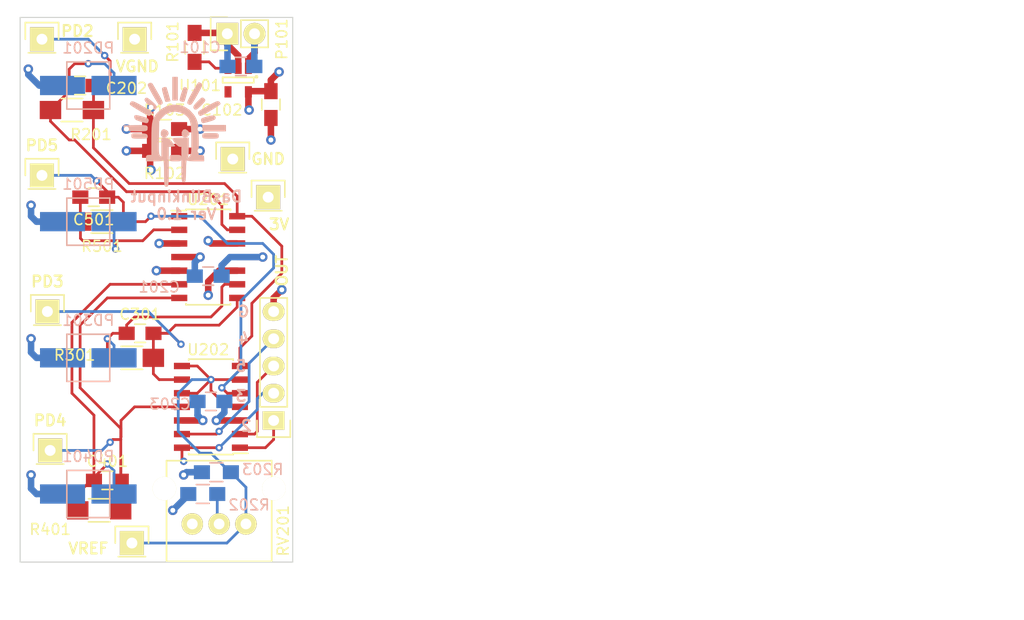
<source format=kicad_pcb>
(kicad_pcb (version 20171130) (host pcbnew "(5.1.12)-1")

  (general
    (thickness 1.6)
    (drawings 23)
    (tracks 276)
    (zones 0)
    (modules 36)
    (nets 22)
  )

  (page A4)
  (layers
    (0 F.Cu signal)
    (1 PWR.Cu signal hide)
    (2 GND.Cu signal hide)
    (31 B.Cu signal)
    (32 B.Adhes user)
    (33 F.Adhes user)
    (34 B.Paste user)
    (35 F.Paste user)
    (36 B.SilkS user)
    (37 F.SilkS user)
    (38 B.Mask user)
    (39 F.Mask user)
    (40 Dwgs.User user)
    (41 Cmts.User user)
    (42 Eco1.User user)
    (43 Eco2.User user)
    (44 Edge.Cuts user)
    (45 Margin user)
    (46 B.CrtYd user)
    (47 F.CrtYd user)
    (48 B.Fab user)
    (49 F.Fab user)
  )

  (setup
    (last_trace_width 0.254)
    (trace_clearance 0.254)
    (zone_clearance 0.254)
    (zone_45_only no)
    (trace_min 0.1524)
    (via_size 0.6858)
    (via_drill 0.3302)
    (via_min_size 0.6858)
    (via_min_drill 0.3302)
    (uvia_size 0.508)
    (uvia_drill 0.127)
    (uvias_allowed no)
    (uvia_min_size 0.508)
    (uvia_min_drill 0.127)
    (edge_width 0.1)
    (segment_width 0.2)
    (pcb_text_width 0.2032)
    (pcb_text_size 1.016 1.016)
    (mod_edge_width 0.15)
    (mod_text_size 1 1)
    (mod_text_width 0.15)
    (pad_size 1.5 1.5)
    (pad_drill 0.6)
    (pad_to_mask_clearance 0)
    (aux_axis_origin 0 0)
    (visible_elements 7FFFFFFF)
    (pcbplotparams
      (layerselection 0x010f0_80000007)
      (usegerberextensions false)
      (usegerberattributes true)
      (usegerberadvancedattributes true)
      (creategerberjobfile true)
      (excludeedgelayer true)
      (linewidth 0.100000)
      (plotframeref false)
      (viasonmask false)
      (mode 1)
      (useauxorigin false)
      (hpglpennumber 1)
      (hpglpenspeed 20)
      (hpglpendiameter 15.000000)
      (psnegative false)
      (psa4output false)
      (plotreference true)
      (plotvalue false)
      (plotinvisibletext false)
      (padsonsilk false)
      (subtractmaskfromsilk true)
      (outputformat 1)
      (mirror false)
      (drillshape 0)
      (scaleselection 1)
      (outputdirectory "Gerbers/"))
  )

  (net 0 "")
  (net 1 "Net-(C101-Pad1)")
  (net 2 GND)
  (net 3 3V)
  (net 4 "Net-(C202-Pad1)")
  (net 5 "Net-(C202-Pad2)")
  (net 6 "Net-(C301-Pad1)")
  (net 7 "Net-(C301-Pad2)")
  (net 8 "Net-(C401-Pad1)")
  (net 9 "Net-(C401-Pad2)")
  (net 10 "Net-(C501-Pad1)")
  (net 11 "Net-(C501-Pad2)")
  (net 12 VGND)
  (net 13 "Net-(R101-Pad1)")
  (net 14 /Channel2Photodetect/REF_IN)
  (net 15 "Net-(R203-Pad1)")
  (net 16 "Net-(U101-Pad4)")
  (net 17 "Net-(RV201-Pad1)")
  (net 18 /Channel1Photodetect/PD2)
  (net 19 /Channel2Photodetect/PD3)
  (net 20 /Channel3Photodetect/PD5)
  (net 21 /Channel4Photodetect/PD4)

  (net_class Default "This is the default net class."
    (clearance 0.254)
    (trace_width 0.254)
    (via_dia 0.6858)
    (via_drill 0.3302)
    (uvia_dia 0.508)
    (uvia_drill 0.127)
    (add_net /Channel1Photodetect/PD2)
    (add_net /Channel2Photodetect/PD3)
    (add_net /Channel2Photodetect/REF_IN)
    (add_net /Channel3Photodetect/PD5)
    (add_net /Channel4Photodetect/PD4)
    (add_net "Net-(C202-Pad1)")
    (add_net "Net-(C202-Pad2)")
    (add_net "Net-(C301-Pad1)")
    (add_net "Net-(C301-Pad2)")
    (add_net "Net-(C401-Pad1)")
    (add_net "Net-(C401-Pad2)")
    (add_net "Net-(C501-Pad1)")
    (add_net "Net-(C501-Pad2)")
    (add_net "Net-(R101-Pad1)")
    (add_net "Net-(R203-Pad1)")
    (add_net "Net-(RV201-Pad1)")
    (add_net "Net-(U101-Pad4)")
  )

  (net_class Power ""
    (clearance 0.254)
    (trace_width 0.6096)
    (via_dia 0.889)
    (via_drill 0.4572)
    (uvia_dia 0.508)
    (uvia_drill 0.127)
    (add_net 3V)
    (add_net GND)
    (add_net "Net-(C101-Pad1)")
    (add_net VGND)
  )

  (module Capacitors_SMD:C_0805_HandSoldering (layer B.Cu) (tedit 55616217) (tstamp 5556546A)
    (at 98.552 72.136 180)
    (descr "Capacitor SMD 0805, hand soldering")
    (tags "capacitor 0805")
    (path /555651D9)
    (attr smd)
    (fp_text reference C101 (at 3.81 1.778 180) (layer B.SilkS)
      (effects (font (size 1 1) (thickness 0.15)) (justify mirror))
    )
    (fp_text value 1U (at 0 -2.1 180) (layer B.Fab) hide
      (effects (font (size 1 1) (thickness 0.15)) (justify mirror))
    )
    (fp_line (start -0.5 -0.85) (end 0.5 -0.85) (layer B.SilkS) (width 0.15))
    (fp_line (start 0.5 0.85) (end -0.5 0.85) (layer B.SilkS) (width 0.15))
    (fp_line (start 2.3 1) (end 2.3 -1) (layer B.CrtYd) (width 0.05))
    (fp_line (start -2.3 1) (end -2.3 -1) (layer B.CrtYd) (width 0.05))
    (fp_line (start -2.3 -1) (end 2.3 -1) (layer B.CrtYd) (width 0.05))
    (fp_line (start -2.3 1) (end 2.3 1) (layer B.CrtYd) (width 0.05))
    (pad 1 smd rect (at -1.25 0 180) (size 1.5 1.25) (layers B.Cu B.Paste B.Mask)
      (net 1 "Net-(C101-Pad1)"))
    (pad 2 smd rect (at 1.25 0 180) (size 1.5 1.25) (layers B.Cu B.Paste B.Mask)
      (net 2 GND))
    (model Capacitors_SMD.3dshapes/C_0805_HandSoldering.wrl
      (at (xyz 0 0 0))
      (scale (xyz 1 1 1))
      (rotate (xyz 0 0 0))
    )
  )

  (module Capacitors_SMD:C_0805_HandSoldering (layer F.Cu) (tedit 55602983) (tstamp 55565470)
    (at 101.346 75.692 270)
    (descr "Capacitor SMD 0805, hand soldering")
    (tags "capacitor 0805")
    (path /55565240)
    (attr smd)
    (fp_text reference C102 (at 0.508 4.572) (layer F.SilkS)
      (effects (font (size 1 1) (thickness 0.15)))
    )
    (fp_text value 1U (at 0 2.1 270) (layer F.Fab) hide
      (effects (font (size 1 1) (thickness 0.15)))
    )
    (fp_line (start -0.5 0.85) (end 0.5 0.85) (layer F.SilkS) (width 0.15))
    (fp_line (start 0.5 -0.85) (end -0.5 -0.85) (layer F.SilkS) (width 0.15))
    (fp_line (start 2.3 -1) (end 2.3 1) (layer F.CrtYd) (width 0.05))
    (fp_line (start -2.3 -1) (end -2.3 1) (layer F.CrtYd) (width 0.05))
    (fp_line (start -2.3 1) (end 2.3 1) (layer F.CrtYd) (width 0.05))
    (fp_line (start -2.3 -1) (end 2.3 -1) (layer F.CrtYd) (width 0.05))
    (pad 1 smd rect (at -1.25 0 270) (size 1.5 1.25) (layers F.Cu F.Paste F.Mask)
      (net 3 3V))
    (pad 2 smd rect (at 1.25 0 270) (size 1.5 1.25) (layers F.Cu F.Paste F.Mask)
      (net 2 GND))
    (model Capacitors_SMD.3dshapes/C_0805_HandSoldering.wrl
      (at (xyz 0 0 0))
      (scale (xyz 1 1 1))
      (rotate (xyz 0 0 0))
    )
  )

  (module Capacitors_SMD:C_0805_HandSoldering (layer B.Cu) (tedit 556166F0) (tstamp 55565476)
    (at 95.504 91.694 180)
    (descr "Capacitor SMD 0805, hand soldering")
    (tags "capacitor 0805")
    (path /5552CD55/5552D53D)
    (attr smd)
    (fp_text reference C201 (at 4.572 -1.016 180) (layer B.SilkS)
      (effects (font (size 1 1) (thickness 0.15)) (justify mirror))
    )
    (fp_text value .1U (at 0 -2.1 180) (layer B.Fab) hide
      (effects (font (size 1 1) (thickness 0.15)) (justify mirror))
    )
    (fp_line (start -0.5 -0.85) (end 0.5 -0.85) (layer B.SilkS) (width 0.15))
    (fp_line (start 0.5 0.85) (end -0.5 0.85) (layer B.SilkS) (width 0.15))
    (fp_line (start 2.3 1) (end 2.3 -1) (layer B.CrtYd) (width 0.05))
    (fp_line (start -2.3 1) (end -2.3 -1) (layer B.CrtYd) (width 0.05))
    (fp_line (start -2.3 -1) (end 2.3 -1) (layer B.CrtYd) (width 0.05))
    (fp_line (start -2.3 1) (end 2.3 1) (layer B.CrtYd) (width 0.05))
    (pad 1 smd rect (at -1.25 0 180) (size 1.5 1.25) (layers B.Cu B.Paste B.Mask)
      (net 2 GND))
    (pad 2 smd rect (at 1.25 0 180) (size 1.5 1.25) (layers B.Cu B.Paste B.Mask)
      (net 3 3V))
    (model Capacitors_SMD.3dshapes/C_0805_HandSoldering.wrl
      (at (xyz 0 0 0))
      (scale (xyz 1 1 1))
      (rotate (xyz 0 0 0))
    )
  )

  (module Capacitors_SMD:C_0805_HandSoldering (layer F.Cu) (tedit 55602485) (tstamp 5556547C)
    (at 83.566 73.914 180)
    (descr "Capacitor SMD 0805, hand soldering")
    (tags "capacitor 0805")
    (path /5552CD55/5552D504)
    (attr smd)
    (fp_text reference C202 (at -4.318 -0.254 180) (layer F.SilkS)
      (effects (font (size 1 1) (thickness 0.15)))
    )
    (fp_text value 100p (at 0 2.1 180) (layer F.Fab) hide
      (effects (font (size 1 1) (thickness 0.15)))
    )
    (fp_line (start -0.5 0.85) (end 0.5 0.85) (layer F.SilkS) (width 0.15))
    (fp_line (start 0.5 -0.85) (end -0.5 -0.85) (layer F.SilkS) (width 0.15))
    (fp_line (start 2.3 -1) (end 2.3 1) (layer F.CrtYd) (width 0.05))
    (fp_line (start -2.3 -1) (end -2.3 1) (layer F.CrtYd) (width 0.05))
    (fp_line (start -2.3 1) (end 2.3 1) (layer F.CrtYd) (width 0.05))
    (fp_line (start -2.3 -1) (end 2.3 -1) (layer F.CrtYd) (width 0.05))
    (pad 1 smd rect (at -1.25 0 180) (size 1.5 1.25) (layers F.Cu F.Paste F.Mask)
      (net 4 "Net-(C202-Pad1)"))
    (pad 2 smd rect (at 1.25 0 180) (size 1.5 1.25) (layers F.Cu F.Paste F.Mask)
      (net 5 "Net-(C202-Pad2)"))
    (model Capacitors_SMD.3dshapes/C_0805_HandSoldering.wrl
      (at (xyz 0 0 0))
      (scale (xyz 1 1 1))
      (rotate (xyz 0 0 0))
    )
  )

  (module Capacitors_SMD:C_0805_HandSoldering (layer B.Cu) (tedit 556161D1) (tstamp 55565482)
    (at 95.758 103.378)
    (descr "Capacitor SMD 0805, hand soldering")
    (tags "capacitor 0805")
    (path /5552CD55/5552D589)
    (attr smd)
    (fp_text reference C203 (at -3.81 0.254) (layer B.SilkS)
      (effects (font (size 1 1) (thickness 0.15)) (justify mirror))
    )
    (fp_text value .1U (at 0 -2.1) (layer B.Fab) hide
      (effects (font (size 1 1) (thickness 0.15)) (justify mirror))
    )
    (fp_line (start -0.5 -0.85) (end 0.5 -0.85) (layer B.SilkS) (width 0.15))
    (fp_line (start 0.5 0.85) (end -0.5 0.85) (layer B.SilkS) (width 0.15))
    (fp_line (start 2.3 1) (end 2.3 -1) (layer B.CrtYd) (width 0.05))
    (fp_line (start -2.3 1) (end -2.3 -1) (layer B.CrtYd) (width 0.05))
    (fp_line (start -2.3 -1) (end 2.3 -1) (layer B.CrtYd) (width 0.05))
    (fp_line (start -2.3 1) (end 2.3 1) (layer B.CrtYd) (width 0.05))
    (pad 1 smd rect (at -1.25 0) (size 1.5 1.25) (layers B.Cu B.Paste B.Mask)
      (net 2 GND))
    (pad 2 smd rect (at 1.25 0) (size 1.5 1.25) (layers B.Cu B.Paste B.Mask)
      (net 3 3V))
    (model Capacitors_SMD.3dshapes/C_0805_HandSoldering.wrl
      (at (xyz 0 0 0))
      (scale (xyz 1 1 1))
      (rotate (xyz 0 0 0))
    )
  )

  (module Capacitors_SMD:C_0805_HandSoldering (layer F.Cu) (tedit 5560255E) (tstamp 5556548E)
    (at 86.106 110.744 180)
    (descr "Capacitor SMD 0805, hand soldering")
    (tags "capacitor 0805")
    (path /5552DDD1/5552FFB3)
    (attr smd)
    (fp_text reference C401 (at 0 1.778 180) (layer F.SilkS)
      (effects (font (size 1 1) (thickness 0.15)))
    )
    (fp_text value 100p (at 0 2.1 180) (layer F.Fab) hide
      (effects (font (size 1 1) (thickness 0.15)))
    )
    (fp_line (start -0.5 0.85) (end 0.5 0.85) (layer F.SilkS) (width 0.15))
    (fp_line (start 0.5 -0.85) (end -0.5 -0.85) (layer F.SilkS) (width 0.15))
    (fp_line (start 2.3 -1) (end 2.3 1) (layer F.CrtYd) (width 0.05))
    (fp_line (start -2.3 -1) (end -2.3 1) (layer F.CrtYd) (width 0.05))
    (fp_line (start -2.3 1) (end 2.3 1) (layer F.CrtYd) (width 0.05))
    (fp_line (start -2.3 -1) (end 2.3 -1) (layer F.CrtYd) (width 0.05))
    (pad 1 smd rect (at -1.25 0 180) (size 1.5 1.25) (layers F.Cu F.Paste F.Mask)
      (net 8 "Net-(C401-Pad1)"))
    (pad 2 smd rect (at 1.25 0 180) (size 1.5 1.25) (layers F.Cu F.Paste F.Mask)
      (net 9 "Net-(C401-Pad2)"))
    (model Capacitors_SMD.3dshapes/C_0805_HandSoldering.wrl
      (at (xyz 0 0 0))
      (scale (xyz 1 1 1))
      (rotate (xyz 0 0 0))
    )
  )

  (module Capacitors_SMD:C_0805_HandSoldering (layer F.Cu) (tedit 556016FB) (tstamp 55565494)
    (at 84.836 84.328 180)
    (descr "Capacitor SMD 0805, hand soldering")
    (tags "capacitor 0805")
    (path /5552DDCE/5552F9AB)
    (attr smd)
    (fp_text reference C501 (at 0 -2.1 180) (layer F.SilkS)
      (effects (font (size 1 1) (thickness 0.15)))
    )
    (fp_text value 100p (at 0 2.1 180) (layer F.Fab) hide
      (effects (font (size 1 1) (thickness 0.15)))
    )
    (fp_line (start -0.5 0.85) (end 0.5 0.85) (layer F.SilkS) (width 0.15))
    (fp_line (start 0.5 -0.85) (end -0.5 -0.85) (layer F.SilkS) (width 0.15))
    (fp_line (start 2.3 -1) (end 2.3 1) (layer F.CrtYd) (width 0.05))
    (fp_line (start -2.3 -1) (end -2.3 1) (layer F.CrtYd) (width 0.05))
    (fp_line (start -2.3 1) (end 2.3 1) (layer F.CrtYd) (width 0.05))
    (fp_line (start -2.3 -1) (end 2.3 -1) (layer F.CrtYd) (width 0.05))
    (pad 1 smd rect (at -1.25 0 180) (size 1.5 1.25) (layers F.Cu F.Paste F.Mask)
      (net 10 "Net-(C501-Pad1)"))
    (pad 2 smd rect (at 1.25 0 180) (size 1.5 1.25) (layers F.Cu F.Paste F.Mask)
      (net 11 "Net-(C501-Pad2)"))
    (model Capacitors_SMD.3dshapes/C_0805_HandSoldering.wrl
      (at (xyz 0 0 0))
      (scale (xyz 1 1 1))
      (rotate (xyz 0 0 0))
    )
  )

  (module Pin_Headers:Pin_Header_Straight_1x02 (layer F.Cu) (tedit 556016D2) (tstamp 5556549A)
    (at 97.282 69.088 90)
    (descr "Through hole pin header")
    (tags "pin header")
    (path /55563E64)
    (fp_text reference P101 (at -0.508 5.08 90) (layer F.SilkS)
      (effects (font (size 1 1) (thickness 0.15)))
    )
    (fp_text value CONN_01X02 (at 0 -3.1 90) (layer F.Fab) hide
      (effects (font (size 1 1) (thickness 0.15)))
    )
    (fp_line (start -1.27 3.81) (end 1.27 3.81) (layer F.SilkS) (width 0.15))
    (fp_line (start -1.27 1.27) (end -1.27 3.81) (layer F.SilkS) (width 0.15))
    (fp_line (start -1.55 -1.55) (end 1.55 -1.55) (layer F.SilkS) (width 0.15))
    (fp_line (start -1.55 0) (end -1.55 -1.55) (layer F.SilkS) (width 0.15))
    (fp_line (start 1.27 1.27) (end -1.27 1.27) (layer F.SilkS) (width 0.15))
    (fp_line (start -1.75 4.3) (end 1.75 4.3) (layer F.CrtYd) (width 0.05))
    (fp_line (start -1.75 -1.75) (end 1.75 -1.75) (layer F.CrtYd) (width 0.05))
    (fp_line (start 1.75 -1.75) (end 1.75 4.3) (layer F.CrtYd) (width 0.05))
    (fp_line (start -1.75 -1.75) (end -1.75 4.3) (layer F.CrtYd) (width 0.05))
    (fp_line (start 1.55 -1.55) (end 1.55 0) (layer F.SilkS) (width 0.15))
    (fp_line (start 1.27 1.27) (end 1.27 3.81) (layer F.SilkS) (width 0.15))
    (pad 1 thru_hole rect (at 0 0 90) (size 2.032 2.032) (drill 1.016) (layers *.Cu *.Mask F.SilkS)
      (net 2 GND))
    (pad 2 thru_hole oval (at 0 2.54 90) (size 2.032 2.032) (drill 1.016) (layers *.Cu *.Mask F.SilkS)
      (net 1 "Net-(C101-Pad1)"))
    (model Pin_Headers.3dshapes/Pin_Header_Straight_1x02.wrl
      (offset (xyz 0 -1.269999980926514 0))
      (scale (xyz 1 1 1))
      (rotate (xyz 0 0 90))
    )
  )

  (module Resistors_SMD:R_0805_HandSoldering (layer F.Cu) (tedit 556024F5) (tstamp 555654CC)
    (at 94.234 70.358 90)
    (descr "Resistor SMD 0805, hand soldering")
    (tags "resistor 0805")
    (path /55566A0E)
    (attr smd)
    (fp_text reference R101 (at 0.508 -2.032 270) (layer F.SilkS)
      (effects (font (size 1 1) (thickness 0.15)))
    )
    (fp_text value 0 (at 0 2.1 90) (layer F.Fab) hide
      (effects (font (size 1 1) (thickness 0.15)))
    )
    (fp_line (start -0.6 -0.875) (end 0.6 -0.875) (layer F.SilkS) (width 0.15))
    (fp_line (start 0.6 0.875) (end -0.6 0.875) (layer F.SilkS) (width 0.15))
    (fp_line (start 2.4 -1) (end 2.4 1) (layer F.CrtYd) (width 0.05))
    (fp_line (start -2.4 -1) (end -2.4 1) (layer F.CrtYd) (width 0.05))
    (fp_line (start -2.4 1) (end 2.4 1) (layer F.CrtYd) (width 0.05))
    (fp_line (start -2.4 -1) (end 2.4 -1) (layer F.CrtYd) (width 0.05))
    (pad 1 smd rect (at -1.35 0 90) (size 1.5 1.3) (layers F.Cu F.Paste F.Mask)
      (net 13 "Net-(R101-Pad1)"))
    (pad 2 smd rect (at 1.35 0 90) (size 1.5 1.3) (layers F.Cu F.Paste F.Mask)
      (net 2 GND))
    (model Resistors_SMD.3dshapes/R_0805_HandSoldering.wrl
      (at (xyz 0 0 0))
      (scale (xyz 1 1 1))
      (rotate (xyz 0 0 0))
    )
  )

  (module Resistors_SMD:R_0805_HandSoldering (layer F.Cu) (tedit 55600F6A) (tstamp 555654D2)
    (at 91.44 80.01 180)
    (descr "Resistor SMD 0805, hand soldering")
    (tags "resistor 0805")
    (path /5556A99F)
    (attr smd)
    (fp_text reference R102 (at 0 -2.1 180) (layer F.SilkS)
      (effects (font (size 1 1) (thickness 0.15)))
    )
    (fp_text value 10K (at 0 2.1 180) (layer F.Fab) hide
      (effects (font (size 1 1) (thickness 0.15)))
    )
    (fp_line (start -0.6 -0.875) (end 0.6 -0.875) (layer F.SilkS) (width 0.15))
    (fp_line (start 0.6 0.875) (end -0.6 0.875) (layer F.SilkS) (width 0.15))
    (fp_line (start 2.4 -1) (end 2.4 1) (layer F.CrtYd) (width 0.05))
    (fp_line (start -2.4 -1) (end -2.4 1) (layer F.CrtYd) (width 0.05))
    (fp_line (start -2.4 1) (end 2.4 1) (layer F.CrtYd) (width 0.05))
    (fp_line (start -2.4 -1) (end 2.4 -1) (layer F.CrtYd) (width 0.05))
    (pad 1 smd rect (at -1.35 0 180) (size 1.5 1.3) (layers F.Cu F.Paste F.Mask)
      (net 3 3V))
    (pad 2 smd rect (at 1.35 0 180) (size 1.5 1.3) (layers F.Cu F.Paste F.Mask)
      (net 12 VGND))
    (model Resistors_SMD.3dshapes/R_0805_HandSoldering.wrl
      (at (xyz 0 0 0))
      (scale (xyz 1 1 1))
      (rotate (xyz 0 0 0))
    )
  )

  (module Resistors_SMD:R_0805_HandSoldering (layer F.Cu) (tedit 556024EC) (tstamp 555654D8)
    (at 91.44 77.978)
    (descr "Resistor SMD 0805, hand soldering")
    (tags "resistor 0805")
    (path /5556AA2C)
    (attr smd)
    (fp_text reference R103 (at 0 -1.778) (layer F.SilkS)
      (effects (font (size 1 1) (thickness 0.15)))
    )
    (fp_text value 10K (at 0 2.1) (layer F.Fab) hide
      (effects (font (size 1 1) (thickness 0.15)))
    )
    (fp_line (start -0.6 -0.875) (end 0.6 -0.875) (layer F.SilkS) (width 0.15))
    (fp_line (start 0.6 0.875) (end -0.6 0.875) (layer F.SilkS) (width 0.15))
    (fp_line (start 2.4 -1) (end 2.4 1) (layer F.CrtYd) (width 0.05))
    (fp_line (start -2.4 -1) (end -2.4 1) (layer F.CrtYd) (width 0.05))
    (fp_line (start -2.4 1) (end 2.4 1) (layer F.CrtYd) (width 0.05))
    (fp_line (start -2.4 -1) (end 2.4 -1) (layer F.CrtYd) (width 0.05))
    (pad 1 smd rect (at -1.35 0) (size 1.5 1.3) (layers F.Cu F.Paste F.Mask)
      (net 12 VGND))
    (pad 2 smd rect (at 1.35 0) (size 1.5 1.3) (layers F.Cu F.Paste F.Mask)
      (net 2 GND))
    (model Resistors_SMD.3dshapes/R_0805_HandSoldering.wrl
      (at (xyz 0 0 0))
      (scale (xyz 1 1 1))
      (rotate (xyz 0 0 0))
    )
  )

  (module Resistors_SMD:R_1206_HandSoldering (layer F.Cu) (tedit 5560173B) (tstamp 555654DE)
    (at 82.804 76.2 180)
    (descr "Resistor SMD 1206, hand soldering")
    (tags "resistor 1206")
    (path /5552CD55/5552D4FD)
    (attr smd)
    (fp_text reference R201 (at -1.778 -2.286 180) (layer F.SilkS)
      (effects (font (size 1 1) (thickness 0.15)))
    )
    (fp_text value 1MEG (at 0 2.3 180) (layer F.Fab) hide
      (effects (font (size 1 1) (thickness 0.15)))
    )
    (fp_line (start -1 -1.075) (end 1 -1.075) (layer F.SilkS) (width 0.15))
    (fp_line (start 1 1.075) (end -1 1.075) (layer F.SilkS) (width 0.15))
    (fp_line (start 3.3 -1.2) (end 3.3 1.2) (layer F.CrtYd) (width 0.05))
    (fp_line (start -3.3 -1.2) (end -3.3 1.2) (layer F.CrtYd) (width 0.05))
    (fp_line (start -3.3 1.2) (end 3.3 1.2) (layer F.CrtYd) (width 0.05))
    (fp_line (start -3.3 -1.2) (end 3.3 -1.2) (layer F.CrtYd) (width 0.05))
    (pad 1 smd rect (at -2 0 180) (size 2 1.7) (layers F.Cu F.Paste F.Mask)
      (net 4 "Net-(C202-Pad1)"))
    (pad 2 smd rect (at 2 0 180) (size 2 1.7) (layers F.Cu F.Paste F.Mask)
      (net 5 "Net-(C202-Pad2)"))
    (model Resistors_SMD.3dshapes/R_1206_HandSoldering.wrl
      (at (xyz 0 0 0))
      (scale (xyz 1 1 1))
      (rotate (xyz 0 0 0))
    )
  )

  (module Resistors_SMD:R_0805_HandSoldering (layer B.Cu) (tedit 556161D7) (tstamp 555654E4)
    (at 96.266 109.982)
    (descr "Resistor SMD 0805, hand soldering")
    (tags "resistor 0805")
    (path /5552CD55/5552D566)
    (attr smd)
    (fp_text reference R202 (at 3.048 3.048) (layer B.SilkS)
      (effects (font (size 1 1) (thickness 0.15)) (justify mirror))
    )
    (fp_text value 10K (at 0 -2.1) (layer B.Fab) hide
      (effects (font (size 1 1) (thickness 0.15)) (justify mirror))
    )
    (fp_line (start -0.6 0.875) (end 0.6 0.875) (layer B.SilkS) (width 0.15))
    (fp_line (start 0.6 -0.875) (end -0.6 -0.875) (layer B.SilkS) (width 0.15))
    (fp_line (start 2.4 1) (end 2.4 -1) (layer B.CrtYd) (width 0.05))
    (fp_line (start -2.4 1) (end -2.4 -1) (layer B.CrtYd) (width 0.05))
    (fp_line (start -2.4 -1) (end 2.4 -1) (layer B.CrtYd) (width 0.05))
    (fp_line (start -2.4 1) (end 2.4 1) (layer B.CrtYd) (width 0.05))
    (pad 1 smd rect (at -1.35 0) (size 1.5 1.3) (layers B.Cu B.Paste B.Mask)
      (net 2 GND))
    (pad 2 smd rect (at 1.35 0) (size 1.5 1.3) (layers B.Cu B.Paste B.Mask)
      (net 14 /Channel2Photodetect/REF_IN))
    (model Resistors_SMD.3dshapes/R_0805_HandSoldering.wrl
      (at (xyz 0 0 0))
      (scale (xyz 1 1 1))
      (rotate (xyz 0 0 0))
    )
  )

  (module Resistors_SMD:R_0805_HandSoldering (layer B.Cu) (tedit 556161C8) (tstamp 555654EA)
    (at 94.996 112.014 180)
    (descr "Resistor SMD 0805, hand soldering")
    (tags "resistor 0805")
    (path /5552CD55/5552D55F)
    (attr smd)
    (fp_text reference R203 (at -5.588 2.286 180) (layer B.SilkS)
      (effects (font (size 1 1) (thickness 0.15)) (justify mirror))
    )
    (fp_text value 10K (at 0 -2.1 180) (layer B.Fab) hide
      (effects (font (size 1 1) (thickness 0.15)) (justify mirror))
    )
    (fp_line (start -0.6 0.875) (end 0.6 0.875) (layer B.SilkS) (width 0.15))
    (fp_line (start 0.6 -0.875) (end -0.6 -0.875) (layer B.SilkS) (width 0.15))
    (fp_line (start 2.4 1) (end 2.4 -1) (layer B.CrtYd) (width 0.05))
    (fp_line (start -2.4 1) (end -2.4 -1) (layer B.CrtYd) (width 0.05))
    (fp_line (start -2.4 -1) (end 2.4 -1) (layer B.CrtYd) (width 0.05))
    (fp_line (start -2.4 1) (end 2.4 1) (layer B.CrtYd) (width 0.05))
    (pad 1 smd rect (at -1.35 0 180) (size 1.5 1.3) (layers B.Cu B.Paste B.Mask)
      (net 15 "Net-(R203-Pad1)"))
    (pad 2 smd rect (at 1.35 0 180) (size 1.5 1.3) (layers B.Cu B.Paste B.Mask)
      (net 3 3V))
    (model Resistors_SMD.3dshapes/R_0805_HandSoldering.wrl
      (at (xyz 0 0 0))
      (scale (xyz 1 1 1))
      (rotate (xyz 0 0 0))
    )
  )

  (module Resistors_SMD:R_1206_HandSoldering (layer F.Cu) (tedit 556025BC) (tstamp 555654F0)
    (at 88.392 99.314 180)
    (descr "Resistor SMD 1206, hand soldering")
    (tags "resistor 1206")
    (path /5552DDC5/5552E2CE)
    (attr smd)
    (fp_text reference R301 (at 5.334 0.254 180) (layer F.SilkS)
      (effects (font (size 1 1) (thickness 0.15)))
    )
    (fp_text value 1MEG (at 0 2.3 180) (layer F.Fab) hide
      (effects (font (size 1 1) (thickness 0.15)))
    )
    (fp_line (start -1 -1.075) (end 1 -1.075) (layer F.SilkS) (width 0.15))
    (fp_line (start 1 1.075) (end -1 1.075) (layer F.SilkS) (width 0.15))
    (fp_line (start 3.3 -1.2) (end 3.3 1.2) (layer F.CrtYd) (width 0.05))
    (fp_line (start -3.3 -1.2) (end -3.3 1.2) (layer F.CrtYd) (width 0.05))
    (fp_line (start -3.3 1.2) (end 3.3 1.2) (layer F.CrtYd) (width 0.05))
    (fp_line (start -3.3 -1.2) (end 3.3 -1.2) (layer F.CrtYd) (width 0.05))
    (pad 1 smd rect (at -2 0 180) (size 2 1.7) (layers F.Cu F.Paste F.Mask)
      (net 6 "Net-(C301-Pad1)"))
    (pad 2 smd rect (at 2 0 180) (size 2 1.7) (layers F.Cu F.Paste F.Mask)
      (net 7 "Net-(C301-Pad2)"))
    (model Resistors_SMD.3dshapes/R_1206_HandSoldering.wrl
      (at (xyz 0 0 0))
      (scale (xyz 1 1 1))
      (rotate (xyz 0 0 0))
    )
  )

  (module Resistors_SMD:R_1206_HandSoldering (layer F.Cu) (tedit 556160AF) (tstamp 555654F6)
    (at 85.344 113.538 180)
    (descr "Resistor SMD 1206, hand soldering")
    (tags "resistor 1206")
    (path /5552DDD1/5552FFAC)
    (attr smd)
    (fp_text reference R401 (at 4.572 -1.778 180) (layer F.SilkS)
      (effects (font (size 1 1) (thickness 0.15)))
    )
    (fp_text value 1MEG (at 0 2.3 180) (layer F.Fab) hide
      (effects (font (size 1 1) (thickness 0.15)))
    )
    (fp_line (start -1 -1.075) (end 1 -1.075) (layer F.SilkS) (width 0.15))
    (fp_line (start 1 1.075) (end -1 1.075) (layer F.SilkS) (width 0.15))
    (fp_line (start 3.3 -1.2) (end 3.3 1.2) (layer F.CrtYd) (width 0.05))
    (fp_line (start -3.3 -1.2) (end -3.3 1.2) (layer F.CrtYd) (width 0.05))
    (fp_line (start -3.3 1.2) (end 3.3 1.2) (layer F.CrtYd) (width 0.05))
    (fp_line (start -3.3 -1.2) (end 3.3 -1.2) (layer F.CrtYd) (width 0.05))
    (pad 1 smd rect (at -2 0 180) (size 2 1.7) (layers F.Cu F.Paste F.Mask)
      (net 8 "Net-(C401-Pad1)"))
    (pad 2 smd rect (at 2 0 180) (size 2 1.7) (layers F.Cu F.Paste F.Mask)
      (net 9 "Net-(C401-Pad2)"))
    (model Resistors_SMD.3dshapes/R_1206_HandSoldering.wrl
      (at (xyz 0 0 0))
      (scale (xyz 1 1 1))
      (rotate (xyz 0 0 0))
    )
  )

  (module Resistors_SMD:R_1206_HandSoldering (layer F.Cu) (tedit 556016FE) (tstamp 555654FC)
    (at 85.598 86.614 180)
    (descr "Resistor SMD 1206, hand soldering")
    (tags "resistor 1206")
    (path /5552DDCE/5552F9A4)
    (attr smd)
    (fp_text reference R501 (at 0 -2.3 180) (layer F.SilkS)
      (effects (font (size 1 1) (thickness 0.15)))
    )
    (fp_text value 1MEG (at 0 2.3 180) (layer F.Fab) hide
      (effects (font (size 1 1) (thickness 0.15)))
    )
    (fp_line (start -1 -1.075) (end 1 -1.075) (layer F.SilkS) (width 0.15))
    (fp_line (start 1 1.075) (end -1 1.075) (layer F.SilkS) (width 0.15))
    (fp_line (start 3.3 -1.2) (end 3.3 1.2) (layer F.CrtYd) (width 0.05))
    (fp_line (start -3.3 -1.2) (end -3.3 1.2) (layer F.CrtYd) (width 0.05))
    (fp_line (start -3.3 1.2) (end 3.3 1.2) (layer F.CrtYd) (width 0.05))
    (fp_line (start -3.3 -1.2) (end 3.3 -1.2) (layer F.CrtYd) (width 0.05))
    (pad 1 smd rect (at -2 0 180) (size 2 1.7) (layers F.Cu F.Paste F.Mask)
      (net 10 "Net-(C501-Pad1)"))
    (pad 2 smd rect (at 2 0 180) (size 2 1.7) (layers F.Cu F.Paste F.Mask)
      (net 11 "Net-(C501-Pad2)"))
    (model Resistors_SMD.3dshapes/R_1206_HandSoldering.wrl
      (at (xyz 0 0 0))
      (scale (xyz 1 1 1))
      (rotate (xyz 0 0 0))
    )
  )

  (module Housings_SOT-23_SOT-143_TSOT-6:SOT-23-5 (layer F.Cu) (tedit 55602509) (tstamp 55565505)
    (at 98.298 73.406 270)
    (descr "5-pin SOT23 package")
    (tags SOT-23-5)
    (path /55564A58)
    (attr smd)
    (fp_text reference U101 (at 0.508 3.556) (layer F.SilkS)
      (effects (font (size 1 1) (thickness 0.15)))
    )
    (fp_text value LP2980IM5-3.0/NOPB (at -0.05 2.35 270) (layer F.Fab) hide
      (effects (font (size 1 1) (thickness 0.15)))
    )
    (fp_line (start -0.25 -1.45) (end -0.25 1.45) (layer F.SilkS) (width 0.15))
    (fp_line (start -0.25 1.45) (end 0.25 1.45) (layer F.SilkS) (width 0.15))
    (fp_line (start 0.25 1.45) (end 0.25 -1.45) (layer F.SilkS) (width 0.15))
    (fp_line (start 0.25 -1.45) (end -0.25 -1.45) (layer F.SilkS) (width 0.15))
    (fp_circle (center -0.3 -1.7) (end -0.2 -1.7) (layer F.SilkS) (width 0.15))
    (fp_line (start -1.8 1.6) (end -1.8 -1.6) (layer F.CrtYd) (width 0.05))
    (fp_line (start 1.8 1.6) (end -1.8 1.6) (layer F.CrtYd) (width 0.05))
    (fp_line (start 1.8 -1.6) (end 1.8 1.6) (layer F.CrtYd) (width 0.05))
    (fp_line (start -1.8 -1.6) (end 1.8 -1.6) (layer F.CrtYd) (width 0.05))
    (pad 1 smd rect (at -1.1 -0.95 270) (size 1.06 0.65) (layers F.Cu F.Paste F.Mask)
      (net 1 "Net-(C101-Pad1)"))
    (pad 2 smd rect (at -1.1 0 270) (size 1.06 0.65) (layers F.Cu F.Paste F.Mask)
      (net 2 GND))
    (pad 3 smd rect (at -1.1 0.95 270) (size 1.06 0.65) (layers F.Cu F.Paste F.Mask)
      (net 13 "Net-(R101-Pad1)"))
    (pad 4 smd rect (at 1.1 0.95 270) (size 1.06 0.65) (layers F.Cu F.Paste F.Mask)
      (net 16 "Net-(U101-Pad4)"))
    (pad 5 smd rect (at 1.1 -0.95 270) (size 1.06 0.65) (layers F.Cu F.Paste F.Mask)
      (net 3 3V))
    (model Housings_SOT-23_SOT-143_TSOT-6.3dshapes/SOT-23-5.wrl
      (at (xyz 0 0 0))
      (scale (xyz 0.11 0.11 0.11))
      (rotate (xyz 0 0 90))
    )
  )

  (module Housings_SOIC:SOIC-14_3.9x8.7mm_Pitch1.27mm (layer F.Cu) (tedit 55601600) (tstamp 55565517)
    (at 95.504 89.916)
    (descr "14-Lead Plastic Small Outline (SL) - Narrow, 3.90 mm Body [SOIC] (see Microchip Packaging Specification 00000049BS.pdf)")
    (tags "SOIC 1.27")
    (path /5552CD55/5552D50D)
    (attr smd)
    (fp_text reference U201 (at 0 -5.375) (layer F.SilkS)
      (effects (font (size 1 1) (thickness 0.15)))
    )
    (fp_text value MCP6404 (at 0 5.375) (layer F.Fab) hide
      (effects (font (size 1 1) (thickness 0.15)))
    )
    (fp_line (start -2.075 -4.335) (end -3.45 -4.335) (layer F.SilkS) (width 0.15))
    (fp_line (start -2.075 4.45) (end 2.075 4.45) (layer F.SilkS) (width 0.15))
    (fp_line (start -2.075 -4.45) (end 2.075 -4.45) (layer F.SilkS) (width 0.15))
    (fp_line (start -2.075 4.45) (end -2.075 4.335) (layer F.SilkS) (width 0.15))
    (fp_line (start 2.075 4.45) (end 2.075 4.335) (layer F.SilkS) (width 0.15))
    (fp_line (start 2.075 -4.45) (end 2.075 -4.335) (layer F.SilkS) (width 0.15))
    (fp_line (start -2.075 -4.45) (end -2.075 -4.335) (layer F.SilkS) (width 0.15))
    (fp_line (start -3.7 4.65) (end 3.7 4.65) (layer F.CrtYd) (width 0.05))
    (fp_line (start -3.7 -4.65) (end 3.7 -4.65) (layer F.CrtYd) (width 0.05))
    (fp_line (start 3.7 -4.65) (end 3.7 4.65) (layer F.CrtYd) (width 0.05))
    (fp_line (start -3.7 -4.65) (end -3.7 4.65) (layer F.CrtYd) (width 0.05))
    (pad 1 smd rect (at -2.7 -3.81) (size 1.5 0.6) (layers F.Cu F.Paste F.Mask)
      (net 10 "Net-(C501-Pad1)"))
    (pad 2 smd rect (at -2.7 -2.54) (size 1.5 0.6) (layers F.Cu F.Paste F.Mask)
      (net 11 "Net-(C501-Pad2)"))
    (pad 3 smd rect (at -2.7 -1.27) (size 1.5 0.6) (layers F.Cu F.Paste F.Mask)
      (net 12 VGND))
    (pad 4 smd rect (at -2.7 0) (size 1.5 0.6) (layers F.Cu F.Paste F.Mask)
      (net 3 3V))
    (pad 5 smd rect (at -2.7 1.27) (size 1.5 0.6) (layers F.Cu F.Paste F.Mask)
      (net 12 VGND))
    (pad 6 smd rect (at -2.7 2.54) (size 1.5 0.6) (layers F.Cu F.Paste F.Mask)
      (net 9 "Net-(C401-Pad2)"))
    (pad 7 smd rect (at -2.7 3.81) (size 1.5 0.6) (layers F.Cu F.Paste F.Mask)
      (net 8 "Net-(C401-Pad1)"))
    (pad 8 smd rect (at 2.7 3.81) (size 1.5 0.6) (layers F.Cu F.Paste F.Mask)
      (net 6 "Net-(C301-Pad1)"))
    (pad 9 smd rect (at 2.7 2.54) (size 1.5 0.6) (layers F.Cu F.Paste F.Mask)
      (net 7 "Net-(C301-Pad2)"))
    (pad 10 smd rect (at 2.7 1.27) (size 1.5 0.6) (layers F.Cu F.Paste F.Mask)
      (net 12 VGND))
    (pad 11 smd rect (at 2.7 0) (size 1.5 0.6) (layers F.Cu F.Paste F.Mask)
      (net 2 GND))
    (pad 12 smd rect (at 2.7 -1.27) (size 1.5 0.6) (layers F.Cu F.Paste F.Mask)
      (net 12 VGND))
    (pad 13 smd rect (at 2.7 -2.54) (size 1.5 0.6) (layers F.Cu F.Paste F.Mask)
      (net 5 "Net-(C202-Pad2)"))
    (pad 14 smd rect (at 2.7 -3.81) (size 1.5 0.6) (layers F.Cu F.Paste F.Mask)
      (net 4 "Net-(C202-Pad1)"))
    (model Housings_SOIC.3dshapes/SOIC-14_3.9x8.7mm_Pitch1.27mm.wrl
      (at (xyz 0 0 0))
      (scale (xyz 1 1 1))
      (rotate (xyz 0 0 0))
    )
  )

  (module Housings_SOIC:SOIC-14_3.9x8.7mm_Pitch1.27mm (layer F.Cu) (tedit 556025BA) (tstamp 55565529)
    (at 95.758 103.886 180)
    (descr "14-Lead Plastic Small Outline (SL) - Narrow, 3.90 mm Body [SOIC] (see Microchip Packaging Specification 00000049BS.pdf)")
    (tags "SOIC 1.27")
    (path /5552CD55/5552D556)
    (attr smd)
    (fp_text reference U202 (at 0.254 5.334 180) (layer F.SilkS)
      (effects (font (size 1 1) (thickness 0.15)))
    )
    (fp_text value LM339 (at 0 5.375 180) (layer F.Fab) hide
      (effects (font (size 1 1) (thickness 0.15)))
    )
    (fp_line (start -2.075 -4.335) (end -3.45 -4.335) (layer F.SilkS) (width 0.15))
    (fp_line (start -2.075 4.45) (end 2.075 4.45) (layer F.SilkS) (width 0.15))
    (fp_line (start -2.075 -4.45) (end 2.075 -4.45) (layer F.SilkS) (width 0.15))
    (fp_line (start -2.075 4.45) (end -2.075 4.335) (layer F.SilkS) (width 0.15))
    (fp_line (start 2.075 4.45) (end 2.075 4.335) (layer F.SilkS) (width 0.15))
    (fp_line (start 2.075 -4.45) (end 2.075 -4.335) (layer F.SilkS) (width 0.15))
    (fp_line (start -2.075 -4.45) (end -2.075 -4.335) (layer F.SilkS) (width 0.15))
    (fp_line (start -3.7 4.65) (end 3.7 4.65) (layer F.CrtYd) (width 0.05))
    (fp_line (start -3.7 -4.65) (end 3.7 -4.65) (layer F.CrtYd) (width 0.05))
    (fp_line (start 3.7 -4.65) (end 3.7 4.65) (layer F.CrtYd) (width 0.05))
    (fp_line (start -3.7 -4.65) (end -3.7 4.65) (layer F.CrtYd) (width 0.05))
    (pad 1 smd rect (at -2.7 -3.81 180) (size 1.5 0.6) (layers F.Cu F.Paste F.Mask)
      (net 18 /Channel1Photodetect/PD2))
    (pad 2 smd rect (at -2.7 -2.54 180) (size 1.5 0.6) (layers F.Cu F.Paste F.Mask)
      (net 20 /Channel3Photodetect/PD5))
    (pad 3 smd rect (at -2.7 -1.27 180) (size 1.5 0.6) (layers F.Cu F.Paste F.Mask)
      (net 3 3V))
    (pad 4 smd rect (at -2.7 0 180) (size 1.5 0.6) (layers F.Cu F.Paste F.Mask)
      (net 14 /Channel2Photodetect/REF_IN))
    (pad 5 smd rect (at -2.7 1.27 180) (size 1.5 0.6) (layers F.Cu F.Paste F.Mask)
      (net 10 "Net-(C501-Pad1)"))
    (pad 6 smd rect (at -2.7 2.54 180) (size 1.5 0.6) (layers F.Cu F.Paste F.Mask)
      (net 14 /Channel2Photodetect/REF_IN))
    (pad 7 smd rect (at -2.7 3.81 180) (size 1.5 0.6) (layers F.Cu F.Paste F.Mask)
      (net 4 "Net-(C202-Pad1)"))
    (pad 8 smd rect (at 2.7 3.81 180) (size 1.5 0.6) (layers F.Cu F.Paste F.Mask)
      (net 14 /Channel2Photodetect/REF_IN))
    (pad 9 smd rect (at 2.7 2.54 180) (size 1.5 0.6) (layers F.Cu F.Paste F.Mask)
      (net 6 "Net-(C301-Pad1)"))
    (pad 10 smd rect (at 2.7 1.27 180) (size 1.5 0.6) (layers F.Cu F.Paste F.Mask)
      (net 14 /Channel2Photodetect/REF_IN))
    (pad 11 smd rect (at 2.7 0 180) (size 1.5 0.6) (layers F.Cu F.Paste F.Mask)
      (net 8 "Net-(C401-Pad1)"))
    (pad 12 smd rect (at 2.7 -1.27 180) (size 1.5 0.6) (layers F.Cu F.Paste F.Mask)
      (net 2 GND))
    (pad 13 smd rect (at 2.7 -2.54 180) (size 1.5 0.6) (layers F.Cu F.Paste F.Mask)
      (net 21 /Channel4Photodetect/PD4))
    (pad 14 smd rect (at 2.7 -3.81 180) (size 1.5 0.6) (layers F.Cu F.Paste F.Mask)
      (net 19 /Channel2Photodetect/PD3))
    (model Housings_SOIC.3dshapes/SOIC-14_3.9x8.7mm_Pitch1.27mm.wrl
      (at (xyz 0 0 0))
      (scale (xyz 1 1 1))
      (rotate (xyz 0 0 0))
    )
  )

  (module DasBlinkinput:VPW34SR* locked (layer B.Cu) (tedit 556015C5) (tstamp 555A051E)
    (at 84.328 73.914)
    (path /5552CD55/5552D516)
    (fp_text reference PD201 (at 0 -3.5) (layer B.SilkS)
      (effects (font (size 1 1) (thickness 0.15)) (justify mirror))
    )
    (fp_text value VBPW34SR (at 0.3 3.3) (layer B.Fab) hide
      (effects (font (size 1 1) (thickness 0.15)) (justify mirror))
    )
    (fp_line (start -2 2.2) (end 2 2.2) (layer B.SilkS) (width 0.15))
    (fp_line (start 2 2.2) (end 2 -2.2) (layer B.SilkS) (width 0.15))
    (fp_line (start -2 -2.2) (end 2 -2.2) (layer B.SilkS) (width 0.15))
    (fp_line (start -2 2.2) (end -2 -2.2) (layer B.SilkS) (width 0.15))
    (pad 1 smd rect (at -2.4 0) (size 4.2 1.8) (layers B.Cu B.Paste B.Mask)
      (net 12 VGND))
    (pad 2 smd rect (at 2.4 0) (size 4.2 1.8) (layers B.Cu B.Paste B.Mask)
      (net 5 "Net-(C202-Pad2)"))
  )

  (module DasBlinkinput:VPW34SR* locked (layer B.Cu) (tedit 556015CF) (tstamp 555D7F5F)
    (at 84.328 99.314)
    (path /5552DDC5/5552E2E7)
    (fp_text reference PD301 (at 0 -3.5) (layer B.SilkS)
      (effects (font (size 1 1) (thickness 0.15)) (justify mirror))
    )
    (fp_text value VBPW34SR (at 0.3 3.3) (layer B.Fab) hide
      (effects (font (size 1 1) (thickness 0.15)) (justify mirror))
    )
    (fp_line (start -2 2.2) (end 2 2.2) (layer B.SilkS) (width 0.15))
    (fp_line (start 2 2.2) (end 2 -2.2) (layer B.SilkS) (width 0.15))
    (fp_line (start -2 -2.2) (end 2 -2.2) (layer B.SilkS) (width 0.15))
    (fp_line (start -2 2.2) (end -2 -2.2) (layer B.SilkS) (width 0.15))
    (pad 1 smd rect (at -2.4 0) (size 4.2 1.8) (layers B.Cu B.Paste B.Mask)
      (net 12 VGND))
    (pad 2 smd rect (at 2.4 0) (size 4.2 1.8) (layers B.Cu B.Paste B.Mask)
      (net 7 "Net-(C301-Pad2)"))
  )

  (module DasBlinkinput:VPW34SR* locked (layer B.Cu) (tedit 556015D1) (tstamp 555D7F68)
    (at 84.328 112.014)
    (path /5552DDD1/5552FFC5)
    (fp_text reference PD401 (at 0 -3.5) (layer B.SilkS)
      (effects (font (size 1 1) (thickness 0.15)) (justify mirror))
    )
    (fp_text value VBPW34SR (at 0.3 3.3) (layer B.Fab) hide
      (effects (font (size 1 1) (thickness 0.15)) (justify mirror))
    )
    (fp_line (start -2 2.2) (end 2 2.2) (layer B.SilkS) (width 0.15))
    (fp_line (start 2 2.2) (end 2 -2.2) (layer B.SilkS) (width 0.15))
    (fp_line (start -2 -2.2) (end 2 -2.2) (layer B.SilkS) (width 0.15))
    (fp_line (start -2 2.2) (end -2 -2.2) (layer B.SilkS) (width 0.15))
    (pad 1 smd rect (at -2.4 0) (size 4.2 1.8) (layers B.Cu B.Paste B.Mask)
      (net 12 VGND))
    (pad 2 smd rect (at 2.4 0) (size 4.2 1.8) (layers B.Cu B.Paste B.Mask)
      (net 9 "Net-(C401-Pad2)"))
  )

  (module DasBlinkinput:VPW34SR* locked (layer B.Cu) (tedit 556015C9) (tstamp 555D7F71)
    (at 84.328 86.614)
    (path /5552DDCE/5552F9BD)
    (fp_text reference PD501 (at 0 -3.5) (layer B.SilkS)
      (effects (font (size 1 1) (thickness 0.15)) (justify mirror))
    )
    (fp_text value VBPW34SR (at 0.3 3.3) (layer B.Fab) hide
      (effects (font (size 1 1) (thickness 0.15)) (justify mirror))
    )
    (fp_line (start -2 2.2) (end 2 2.2) (layer B.SilkS) (width 0.15))
    (fp_line (start 2 2.2) (end 2 -2.2) (layer B.SilkS) (width 0.15))
    (fp_line (start -2 -2.2) (end 2 -2.2) (layer B.SilkS) (width 0.15))
    (fp_line (start -2 2.2) (end -2 -2.2) (layer B.SilkS) (width 0.15))
    (pad 1 smd rect (at -2.4 0) (size 4.2 1.8) (layers B.Cu B.Paste B.Mask)
      (net 12 VGND))
    (pad 2 smd rect (at 2.4 0) (size 4.2 1.8) (layers B.Cu B.Paste B.Mask)
      (net 11 "Net-(C501-Pad2)"))
  )

  (module Capacitors_SMD:C_0805_HandSoldering (layer F.Cu) (tedit 5560133F) (tstamp 5560129E)
    (at 89.154 97.028 180)
    (descr "Capacitor SMD 0805, hand soldering")
    (tags "capacitor 0805")
    (path /5552DDC5/5552E2D5)
    (attr smd)
    (fp_text reference C301 (at 0 1.778 180) (layer F.SilkS)
      (effects (font (size 1 1) (thickness 0.15)))
    )
    (fp_text value 100p (at 0 2.1 180) (layer F.Fab) hide
      (effects (font (size 1 1) (thickness 0.15)))
    )
    (fp_line (start -0.5 0.85) (end 0.5 0.85) (layer F.SilkS) (width 0.15))
    (fp_line (start 0.5 -0.85) (end -0.5 -0.85) (layer F.SilkS) (width 0.15))
    (fp_line (start 2.3 -1) (end 2.3 1) (layer F.CrtYd) (width 0.05))
    (fp_line (start -2.3 -1) (end -2.3 1) (layer F.CrtYd) (width 0.05))
    (fp_line (start -2.3 1) (end 2.3 1) (layer F.CrtYd) (width 0.05))
    (fp_line (start -2.3 -1) (end 2.3 -1) (layer F.CrtYd) (width 0.05))
    (pad 1 smd rect (at -1.25 0 180) (size 1.5 1.25) (layers F.Cu F.Paste F.Mask)
      (net 6 "Net-(C301-Pad1)"))
    (pad 2 smd rect (at 1.25 0 180) (size 1.5 1.25) (layers F.Cu F.Paste F.Mask)
      (net 7 "Net-(C301-Pad2)"))
    (model Capacitors_SMD.3dshapes/C_0805_HandSoldering.wrl
      (at (xyz 0 0 0))
      (scale (xyz 1 1 1))
      (rotate (xyz 0 0 0))
    )
  )

  (module Pin_Headers:Pin_Header_Straight_1x05 (layer F.Cu) (tedit 55602AAA) (tstamp 556026C1)
    (at 101.6 105.156 180)
    (descr "Through hole pin header")
    (tags "pin header")
    (path /55562432)
    (fp_text reference P105 (at -1.016 -3.81 270) (layer F.SilkS) hide
      (effects (font (size 1 1) (thickness 0.15)))
    )
    (fp_text value CONN_01X05 (at 0 -3.1 180) (layer F.Fab) hide
      (effects (font (size 1 1) (thickness 0.15)))
    )
    (fp_line (start 1.27 1.27) (end -1.27 1.27) (layer F.SilkS) (width 0.15))
    (fp_line (start -1.27 11.43) (end -1.27 1.27) (layer F.SilkS) (width 0.15))
    (fp_line (start 1.27 11.43) (end -1.27 11.43) (layer F.SilkS) (width 0.15))
    (fp_line (start 1.27 1.27) (end 1.27 11.43) (layer F.SilkS) (width 0.15))
    (fp_line (start -1.75 11.95) (end 1.75 11.95) (layer F.CrtYd) (width 0.05))
    (fp_line (start -1.75 -1.75) (end 1.75 -1.75) (layer F.CrtYd) (width 0.05))
    (fp_line (start 1.75 -1.75) (end 1.75 11.95) (layer F.CrtYd) (width 0.05))
    (fp_line (start -1.75 -1.75) (end -1.75 11.95) (layer F.CrtYd) (width 0.05))
    (fp_line (start 1.55 -1.55) (end 1.55 0) (layer F.SilkS) (width 0.15))
    (fp_line (start -1.55 -1.55) (end 1.55 -1.55) (layer F.SilkS) (width 0.15))
    (fp_line (start -1.55 0) (end -1.55 -1.55) (layer F.SilkS) (width 0.15))
    (pad 1 thru_hole rect (at 0 0 180) (size 2.032 1.7272) (drill 1.016) (layers *.Cu *.Mask F.SilkS)
      (net 18 /Channel1Photodetect/PD2))
    (pad 2 thru_hole oval (at 0 2.54 180) (size 2.032 1.7272) (drill 1.016) (layers *.Cu *.Mask F.SilkS)
      (net 19 /Channel2Photodetect/PD3))
    (pad 3 thru_hole oval (at 0 5.08 180) (size 2.032 1.7272) (drill 1.016) (layers *.Cu *.Mask F.SilkS)
      (net 20 /Channel3Photodetect/PD5))
    (pad 4 thru_hole oval (at 0 7.62 180) (size 2.032 1.7272) (drill 1.016) (layers *.Cu *.Mask F.SilkS)
      (net 21 /Channel4Photodetect/PD4))
    (pad 5 thru_hole oval (at 0 10.16 180) (size 2.032 1.7272) (drill 1.016) (layers *.Cu *.Mask F.SilkS)
      (net 2 GND))
    (model Pin_Headers.3dshapes/Pin_Header_Straight_1x05.wrl
      (offset (xyz 0 -5.079999923706055 0))
      (scale (xyz 1 1 1))
      (rotate (xyz 0 0 90))
    )
  )

  (module Pin_Headers:Pin_Header_Straight_1x01 (layer F.Cu) (tedit 556028B6) (tstamp 55602D43)
    (at 88.646 69.596)
    (descr "Through hole pin header")
    (tags "pin header")
    (path /555640A4)
    (fp_text reference P102 (at 0 -5.1) (layer F.SilkS) hide
      (effects (font (size 1 1) (thickness 0.15)))
    )
    (fp_text value CONN_01X01 (at 0 -3.1) (layer F.Fab) hide
      (effects (font (size 1 1) (thickness 0.15)))
    )
    (fp_line (start -1.27 1.27) (end 1.27 1.27) (layer F.SilkS) (width 0.15))
    (fp_line (start -1.55 -1.55) (end 1.55 -1.55) (layer F.SilkS) (width 0.15))
    (fp_line (start -1.55 0) (end -1.55 -1.55) (layer F.SilkS) (width 0.15))
    (fp_line (start -1.75 1.75) (end 1.75 1.75) (layer F.CrtYd) (width 0.05))
    (fp_line (start -1.75 -1.75) (end 1.75 -1.75) (layer F.CrtYd) (width 0.05))
    (fp_line (start 1.75 -1.75) (end 1.75 1.75) (layer F.CrtYd) (width 0.05))
    (fp_line (start -1.75 -1.75) (end -1.75 1.75) (layer F.CrtYd) (width 0.05))
    (fp_line (start 1.55 -1.55) (end 1.55 0) (layer F.SilkS) (width 0.15))
    (pad 1 thru_hole rect (at 0 0) (size 2.2352 2.2352) (drill 1.016) (layers *.Cu *.Mask F.SilkS)
      (net 12 VGND))
    (model Pin_Headers.3dshapes/Pin_Header_Straight_1x01.wrl
      (at (xyz 0 0 0))
      (scale (xyz 1 1 1))
      (rotate (xyz 0 0 90))
    )
  )

  (module Pin_Headers:Pin_Header_Straight_1x01 (layer F.Cu) (tedit 556028FF) (tstamp 55602D48)
    (at 101.092 84.328)
    (descr "Through hole pin header")
    (tags "pin header")
    (path /55563D09)
    (fp_text reference P103 (at 0 -5.1) (layer F.SilkS) hide
      (effects (font (size 1 1) (thickness 0.15)))
    )
    (fp_text value CONN_01X01 (at 0 -3.1) (layer F.Fab) hide
      (effects (font (size 1 1) (thickness 0.15)))
    )
    (fp_line (start -1.27 1.27) (end 1.27 1.27) (layer F.SilkS) (width 0.15))
    (fp_line (start -1.55 -1.55) (end 1.55 -1.55) (layer F.SilkS) (width 0.15))
    (fp_line (start -1.55 0) (end -1.55 -1.55) (layer F.SilkS) (width 0.15))
    (fp_line (start -1.75 1.75) (end 1.75 1.75) (layer F.CrtYd) (width 0.05))
    (fp_line (start -1.75 -1.75) (end 1.75 -1.75) (layer F.CrtYd) (width 0.05))
    (fp_line (start 1.75 -1.75) (end 1.75 1.75) (layer F.CrtYd) (width 0.05))
    (fp_line (start -1.75 -1.75) (end -1.75 1.75) (layer F.CrtYd) (width 0.05))
    (fp_line (start 1.55 -1.55) (end 1.55 0) (layer F.SilkS) (width 0.15))
    (pad 1 thru_hole rect (at 0 0) (size 2.2352 2.2352) (drill 1.016) (layers *.Cu *.Mask F.SilkS)
      (net 3 3V))
    (model Pin_Headers.3dshapes/Pin_Header_Straight_1x01.wrl
      (at (xyz 0 0 0))
      (scale (xyz 1 1 1))
      (rotate (xyz 0 0 90))
    )
  )

  (module Pin_Headers:Pin_Header_Straight_1x01 (layer F.Cu) (tedit 5560297B) (tstamp 55602D4D)
    (at 97.79 80.772)
    (descr "Through hole pin header")
    (tags "pin header")
    (path /5556454C)
    (fp_text reference P104 (at 0 -5.1) (layer F.SilkS) hide
      (effects (font (size 1 1) (thickness 0.15)))
    )
    (fp_text value CONN_01X01 (at 0 -3.1) (layer F.Fab) hide
      (effects (font (size 1 1) (thickness 0.15)))
    )
    (fp_line (start -1.27 1.27) (end 1.27 1.27) (layer F.SilkS) (width 0.15))
    (fp_line (start -1.55 -1.55) (end 1.55 -1.55) (layer F.SilkS) (width 0.15))
    (fp_line (start -1.55 0) (end -1.55 -1.55) (layer F.SilkS) (width 0.15))
    (fp_line (start -1.75 1.75) (end 1.75 1.75) (layer F.CrtYd) (width 0.05))
    (fp_line (start -1.75 -1.75) (end 1.75 -1.75) (layer F.CrtYd) (width 0.05))
    (fp_line (start 1.75 -1.75) (end 1.75 1.75) (layer F.CrtYd) (width 0.05))
    (fp_line (start -1.75 -1.75) (end -1.75 1.75) (layer F.CrtYd) (width 0.05))
    (fp_line (start 1.55 -1.55) (end 1.55 0) (layer F.SilkS) (width 0.15))
    (pad 1 thru_hole rect (at 0 0) (size 2.2352 2.2352) (drill 1.016) (layers *.Cu *.Mask F.SilkS)
      (net 2 GND))
    (model Pin_Headers.3dshapes/Pin_Header_Straight_1x01.wrl
      (at (xyz 0 0 0))
      (scale (xyz 1 1 1))
      (rotate (xyz 0 0 90))
    )
  )

  (module Pin_Headers:Pin_Header_Straight_1x01 (layer F.Cu) (tedit 556029A0) (tstamp 55602D52)
    (at 88.392 116.586)
    (descr "Through hole pin header")
    (tags "pin header")
    (path /5560D7BE)
    (fp_text reference P106 (at 0 -5.1) (layer F.SilkS) hide
      (effects (font (size 1 1) (thickness 0.15)))
    )
    (fp_text value CONN_01X01 (at 0 -3.1) (layer F.Fab) hide
      (effects (font (size 1 1) (thickness 0.15)))
    )
    (fp_line (start -1.27 1.27) (end 1.27 1.27) (layer F.SilkS) (width 0.15))
    (fp_line (start -1.55 -1.55) (end 1.55 -1.55) (layer F.SilkS) (width 0.15))
    (fp_line (start -1.55 0) (end -1.55 -1.55) (layer F.SilkS) (width 0.15))
    (fp_line (start -1.75 1.75) (end 1.75 1.75) (layer F.CrtYd) (width 0.05))
    (fp_line (start -1.75 -1.75) (end 1.75 -1.75) (layer F.CrtYd) (width 0.05))
    (fp_line (start 1.75 -1.75) (end 1.75 1.75) (layer F.CrtYd) (width 0.05))
    (fp_line (start -1.75 -1.75) (end -1.75 1.75) (layer F.CrtYd) (width 0.05))
    (fp_line (start 1.55 -1.55) (end 1.55 0) (layer F.SilkS) (width 0.15))
    (pad 1 thru_hole rect (at 0 0) (size 2.2352 2.2352) (drill 1.016) (layers *.Cu *.Mask F.SilkS)
      (net 14 /Channel2Photodetect/REF_IN))
    (model Pin_Headers.3dshapes/Pin_Header_Straight_1x01.wrl
      (at (xyz 0 0 0))
      (scale (xyz 1 1 1))
      (rotate (xyz 0 0 90))
    )
  )

  (module Pin_Headers:Pin_Header_Straight_1x01 (layer F.Cu) (tedit 55602A15) (tstamp 55602D57)
    (at 80.01 69.596)
    (descr "Through hole pin header")
    (tags "pin header")
    (path /5552CD55/55569411)
    (fp_text reference P201 (at 0 -5.1) (layer F.SilkS) hide
      (effects (font (size 1 1) (thickness 0.15)))
    )
    (fp_text value CONN_01X01 (at 0 -3.1) (layer F.Fab) hide
      (effects (font (size 1 1) (thickness 0.15)))
    )
    (fp_line (start -1.27 1.27) (end 1.27 1.27) (layer F.SilkS) (width 0.15))
    (fp_line (start -1.55 -1.55) (end 1.55 -1.55) (layer F.SilkS) (width 0.15))
    (fp_line (start -1.55 0) (end -1.55 -1.55) (layer F.SilkS) (width 0.15))
    (fp_line (start -1.75 1.75) (end 1.75 1.75) (layer F.CrtYd) (width 0.05))
    (fp_line (start -1.75 -1.75) (end 1.75 -1.75) (layer F.CrtYd) (width 0.05))
    (fp_line (start 1.75 -1.75) (end 1.75 1.75) (layer F.CrtYd) (width 0.05))
    (fp_line (start -1.75 -1.75) (end -1.75 1.75) (layer F.CrtYd) (width 0.05))
    (fp_line (start 1.55 -1.55) (end 1.55 0) (layer F.SilkS) (width 0.15))
    (pad 1 thru_hole rect (at 0 0) (size 2.2352 2.2352) (drill 1.016) (layers *.Cu *.Mask F.SilkS)
      (net 4 "Net-(C202-Pad1)"))
    (model Pin_Headers.3dshapes/Pin_Header_Straight_1x01.wrl
      (at (xyz 0 0 0))
      (scale (xyz 1 1 1))
      (rotate (xyz 0 0 90))
    )
  )

  (module Pin_Headers:Pin_Header_Straight_1x01 (layer F.Cu) (tedit 55602A59) (tstamp 55602D5C)
    (at 80.518 94.996)
    (descr "Through hole pin header")
    (tags "pin header")
    (path /5552DDC5/55563262)
    (fp_text reference P301 (at 0 -5.1) (layer F.SilkS) hide
      (effects (font (size 1 1) (thickness 0.15)))
    )
    (fp_text value CONN_01X01 (at 0 -3.1) (layer F.Fab) hide
      (effects (font (size 1 1) (thickness 0.15)))
    )
    (fp_line (start -1.27 1.27) (end 1.27 1.27) (layer F.SilkS) (width 0.15))
    (fp_line (start -1.55 -1.55) (end 1.55 -1.55) (layer F.SilkS) (width 0.15))
    (fp_line (start -1.55 0) (end -1.55 -1.55) (layer F.SilkS) (width 0.15))
    (fp_line (start -1.75 1.75) (end 1.75 1.75) (layer F.CrtYd) (width 0.05))
    (fp_line (start -1.75 -1.75) (end 1.75 -1.75) (layer F.CrtYd) (width 0.05))
    (fp_line (start 1.75 -1.75) (end 1.75 1.75) (layer F.CrtYd) (width 0.05))
    (fp_line (start -1.75 -1.75) (end -1.75 1.75) (layer F.CrtYd) (width 0.05))
    (fp_line (start 1.55 -1.55) (end 1.55 0) (layer F.SilkS) (width 0.15))
    (pad 1 thru_hole rect (at 0 0) (size 2.2352 2.2352) (drill 1.016) (layers *.Cu *.Mask F.SilkS)
      (net 6 "Net-(C301-Pad1)"))
    (model Pin_Headers.3dshapes/Pin_Header_Straight_1x01.wrl
      (at (xyz 0 0 0))
      (scale (xyz 1 1 1))
      (rotate (xyz 0 0 90))
    )
  )

  (module Pin_Headers:Pin_Header_Straight_1x01 (layer F.Cu) (tedit 55602A4F) (tstamp 55602D61)
    (at 80.772 107.95)
    (descr "Through hole pin header")
    (tags "pin header")
    (path /5552DDD1/555633D1)
    (fp_text reference P401 (at 0 -5.1) (layer F.SilkS) hide
      (effects (font (size 1 1) (thickness 0.15)))
    )
    (fp_text value CONN_01X01 (at 0 -3.1) (layer F.Fab) hide
      (effects (font (size 1 1) (thickness 0.15)))
    )
    (fp_line (start -1.27 1.27) (end 1.27 1.27) (layer F.SilkS) (width 0.15))
    (fp_line (start -1.55 -1.55) (end 1.55 -1.55) (layer F.SilkS) (width 0.15))
    (fp_line (start -1.55 0) (end -1.55 -1.55) (layer F.SilkS) (width 0.15))
    (fp_line (start -1.75 1.75) (end 1.75 1.75) (layer F.CrtYd) (width 0.05))
    (fp_line (start -1.75 -1.75) (end 1.75 -1.75) (layer F.CrtYd) (width 0.05))
    (fp_line (start 1.75 -1.75) (end 1.75 1.75) (layer F.CrtYd) (width 0.05))
    (fp_line (start -1.75 -1.75) (end -1.75 1.75) (layer F.CrtYd) (width 0.05))
    (fp_line (start 1.55 -1.55) (end 1.55 0) (layer F.SilkS) (width 0.15))
    (pad 1 thru_hole rect (at 0 0) (size 2.2352 2.2352) (drill 1.016) (layers *.Cu *.Mask F.SilkS)
      (net 8 "Net-(C401-Pad1)"))
    (model Pin_Headers.3dshapes/Pin_Header_Straight_1x01.wrl
      (at (xyz 0 0 0))
      (scale (xyz 1 1 1))
      (rotate (xyz 0 0 90))
    )
  )

  (module Pin_Headers:Pin_Header_Straight_1x01 (layer F.Cu) (tedit 55602A60) (tstamp 55602D66)
    (at 80.01 82.296)
    (descr "Through hole pin header")
    (tags "pin header")
    (path /5552DDCE/555630BF)
    (fp_text reference P501 (at 0 -5.1) (layer F.SilkS) hide
      (effects (font (size 1 1) (thickness 0.15)))
    )
    (fp_text value CONN_01X01 (at 0 -3.1) (layer F.Fab) hide
      (effects (font (size 1 1) (thickness 0.15)))
    )
    (fp_line (start -1.27 1.27) (end 1.27 1.27) (layer F.SilkS) (width 0.15))
    (fp_line (start -1.55 -1.55) (end 1.55 -1.55) (layer F.SilkS) (width 0.15))
    (fp_line (start -1.55 0) (end -1.55 -1.55) (layer F.SilkS) (width 0.15))
    (fp_line (start -1.75 1.75) (end 1.75 1.75) (layer F.CrtYd) (width 0.05))
    (fp_line (start -1.75 -1.75) (end 1.75 -1.75) (layer F.CrtYd) (width 0.05))
    (fp_line (start 1.75 -1.75) (end 1.75 1.75) (layer F.CrtYd) (width 0.05))
    (fp_line (start -1.75 -1.75) (end -1.75 1.75) (layer F.CrtYd) (width 0.05))
    (fp_line (start 1.55 -1.55) (end 1.55 0) (layer F.SilkS) (width 0.15))
    (pad 1 thru_hole rect (at 0 0) (size 2.2352 2.2352) (drill 1.016) (layers *.Cu *.Mask F.SilkS)
      (net 10 "Net-(C501-Pad1)"))
    (model Pin_Headers.3dshapes/Pin_Header_Straight_1x01.wrl
      (at (xyz 0 0 0))
      (scale (xyz 1 1 1))
      (rotate (xyz 0 0 90))
    )
  )

  (module DasBlinkinput:CE_logo (layer B.Cu) (tedit 0) (tstamp 55631712)
    (at 92.202 78.232 180)
    (fp_text reference G*** (at 0 0 180) (layer B.SilkS) hide
      (effects (font (size 1.524 1.524) (thickness 0.3)) (justify mirror))
    )
    (fp_text value LOGO (at 0.75 0 180) (layer B.SilkS) hide
      (effects (font (size 1.524 1.524) (thickness 0.3)) (justify mirror))
    )
    (fp_poly (pts (xy 0 2.963334) (xy -0.211666 2.963334) (xy -0.423333 2.963334) (xy -0.423333 4.021667)
      (xy -0.423333 5.08) (xy -0.211666 5.08) (xy 0 5.08) (xy 0 4.021667)
      (xy 0 2.963334)) (layer B.SilkS) (width 0.1))
    (fp_poly (pts (xy 0.957819 4.020875) (xy 0.951784 3.903783) (xy 0.900455 3.688429) (xy 0.834435 3.447732)
      (xy 0.751588 3.155033) (xy 0.686838 2.937938) (xy 0.652328 2.836916) (xy 0.650347 2.834198)
      (xy 0.566034 2.842144) (xy 0.45128 2.85913) (xy 0.267559 2.888668) (xy 0.435933 3.496265)
      (xy 0.520917 3.793125) (xy 0.590581 4.018592) (xy 0.631586 4.129816) (xy 0.63444 4.133996)
      (xy 0.728524 4.136192) (xy 0.833875 4.110394) (xy 0.918526 4.077235) (xy 0.957819 4.020875)) (layer B.SilkS) (width 0.1))
    (fp_poly (pts (xy -0.680308 2.952042) (xy -0.746063 2.889261) (xy -0.889574 2.846771) (xy -1.019268 2.846083)
      (xy -1.048909 2.865449) (xy -1.087109 2.970166) (xy -1.154609 3.189553) (xy -1.231701 3.458071)
      (xy -1.308449 3.75527) (xy -1.33332 3.932149) (xy -1.308316 4.028919) (xy -1.262208 4.070528)
      (xy -1.115641 4.124144) (xy -1.065727 4.121533) (xy -1.014387 4.038066) (xy -0.935676 3.841603)
      (xy -0.846244 3.58266) (xy -0.762738 3.311752) (xy -0.701807 3.079396) (xy -0.680308 2.952042)) (layer B.SilkS) (width 0.1))
    (fp_poly (pts (xy 2.286 4.376565) (xy 2.246157 4.256116) (xy 2.14003 4.034793) (xy 1.987721 3.747512)
      (xy 1.809334 3.429193) (xy 1.624973 3.114751) (xy 1.45474 2.839104) (xy 1.318739 2.637169)
      (xy 1.237072 2.543863) (xy 1.229368 2.541297) (xy 1.086344 2.584149) (xy 1.023719 2.618105)
      (xy 0.986073 2.678914) (xy 1.005897 2.797254) (xy 1.092666 2.997065) (xy 1.255857 3.302284)
      (xy 1.383467 3.526975) (xy 1.581816 3.87088) (xy 1.753488 4.166389) (xy 1.878358 4.378995)
      (xy 1.932851 4.469035) (xy 2.051318 4.530672) (xy 2.197808 4.49947) (xy 2.283774 4.398612)
      (xy 2.286 4.376565)) (layer B.SilkS) (width 0.1))
    (fp_poly (pts (xy -1.397662 2.688949) (xy -1.452318 2.614862) (xy -1.45292 2.614478) (xy -1.605622 2.548651)
      (xy -1.720332 2.607029) (xy -1.808925 2.7305) (xy -2.004393 3.051336) (xy -2.206719 3.398698)
      (xy -2.397138 3.738405) (xy -2.556887 4.036277) (xy -2.667201 4.258132) (xy -2.709315 4.36979)
      (xy -2.709333 4.370672) (xy -2.641452 4.474353) (xy -2.495926 4.557082) (xy -2.415724 4.572001)
      (xy -2.361697 4.503847) (xy -2.246671 4.323164) (xy -2.091575 4.065617) (xy -1.917336 3.766872)
      (xy -1.744884 3.462594) (xy -1.595146 3.188449) (xy -1.527142 3.057682) (xy -1.420287 2.822722)
      (xy -1.397662 2.688949)) (layer B.SilkS) (width 0.1))
    (fp_poly (pts (xy 2.584769 2.998718) (xy 2.550695 2.892313) (xy 2.426271 2.73332) (xy 2.193539 2.491713)
      (xy 2.192438 2.490612) (xy 1.944221 2.253849) (xy 1.780284 2.13039) (xy 1.675501 2.104292)
      (xy 1.627257 2.131944) (xy 1.545327 2.246213) (xy 1.551531 2.365899) (xy 1.660614 2.51957)
      (xy 1.887322 2.735794) (xy 1.981268 2.817814) (xy 2.22463 3.020516) (xy 2.377974 3.122057)
      (xy 2.474133 3.137817) (xy 2.54594 3.083175) (xy 2.546449 3.082563) (xy 2.584769 2.998718)) (layer B.SilkS) (width 0.1))
    (fp_poly (pts (xy -1.963717 2.25408) (xy -2.035741 2.149615) (xy -2.058664 2.129672) (xy -2.147983 2.109284)
      (xy -2.283564 2.182079) (xy -2.489963 2.363815) (xy -2.611804 2.484642) (xy -2.835094 2.715346)
      (xy -2.95389 2.860771) (xy -2.984446 2.954354) (xy -2.943018 3.029534) (xy -2.897815 3.073005)
      (xy -2.806852 3.139972) (xy -2.718553 3.140004) (xy -2.596146 3.055654) (xy -2.402855 2.869477)
      (xy -2.344675 2.810592) (xy -2.10567 2.554774) (xy -1.982855 2.379202) (xy -1.963717 2.25408)) (layer B.SilkS) (width 0.1))
    (fp_poly (pts (xy 3.955869 2.624581) (xy 3.946967 2.556127) (xy 3.857478 2.483067) (xy 3.65787 2.350197)
      (xy 3.384965 2.179443) (xy 3.075587 1.992728) (xy 2.766558 1.811977) (xy 2.494701 1.659116)
      (xy 2.296839 1.556069) (xy 2.213496 1.524) (xy 2.105584 1.576755) (xy 2.048934 1.6256)
      (xy 1.959896 1.747958) (xy 1.947334 1.791301) (xy 2.01689 1.854934) (xy 2.206594 1.981764)
      (xy 2.487994 2.153789) (xy 2.83264 2.353011) (xy 2.855583 2.365928) (xy 3.244573 2.580687)
      (xy 3.514902 2.717832) (xy 3.692791 2.787399) (xy 3.804461 2.799425) (xy 3.876134 2.763947)
      (xy 3.881601 2.758685) (xy 3.955869 2.624581)) (layer B.SilkS) (width 0.1))
    (fp_poly (pts (xy -2.400382 1.744131) (xy -2.459253 1.59762) (xy -2.570048 1.524121) (xy -2.574757 1.524)
      (xy -2.683905 1.56506) (xy -2.905187 1.676734) (xy -3.205988 1.841764) (xy -3.539366 2.034413)
      (xy -3.875902 2.239105) (xy -4.151091 2.417372) (xy -4.336237 2.549859) (xy -4.402666 2.616713)
      (xy -4.345068 2.726434) (xy -4.285962 2.785456) (xy -4.200349 2.811158) (xy -4.053555 2.777106)
      (xy -3.821293 2.673717) (xy -3.479276 2.491407) (xy -3.333462 2.409622) (xy -2.993493 2.215012)
      (xy -2.707671 2.047021) (xy -2.508628 1.925111) (xy -2.431391 1.871624) (xy -2.400382 1.744131)) (layer B.SilkS) (width 0.1))
    (fp_poly (pts (xy 3.547051 1.438226) (xy 3.540722 1.338162) (xy 3.488079 1.219388) (xy 3.346455 1.121926)
      (xy 3.080536 1.023501) (xy 3.005667 1.000645) (xy 2.702329 0.911247) (xy 2.521632 0.864803)
      (xy 2.424056 0.855502) (xy 2.370082 0.877531) (xy 2.342445 0.903112) (xy 2.29206 1.029213)
      (xy 2.286 1.097072) (xy 2.347459 1.19573) (xy 2.543967 1.292279) (xy 2.829064 1.379295)
      (xy 3.179703 1.469171) (xy 3.396847 1.510073) (xy 3.509596 1.500319) (xy 3.547051 1.438226)) (layer B.SilkS) (width 0.1))
    (fp_poly (pts (xy -2.67789 1.138308) (xy -2.693753 0.992048) (xy -2.764835 0.87476) (xy -2.825041 0.853442)
      (xy -2.953116 0.878787) (xy -3.188035 0.937687) (xy -3.422309 1.001609) (xy -3.739017 1.103946)
      (xy -3.909189 1.199353) (xy -3.953706 1.30629) (xy -3.90385 1.427245) (xy -3.781863 1.476764)
      (xy -3.522409 1.451371) (xy -3.120624 1.350239) (xy -2.737072 1.228922) (xy -2.67789 1.138308)) (layer B.SilkS) (width 0.1))
    (fp_poly (pts (xy 4.529667 0.127) (xy 3.490848 0.103215) (xy 3.044445 0.096146) (xy 2.739706 0.100822)
      (xy 2.549203 0.119909) (xy 2.445511 0.156075) (xy 2.40229 0.209048) (xy 2.386109 0.402374)
      (xy 2.40229 0.468286) (xy 2.448651 0.523263) (xy 2.555614 0.558614) (xy 2.750605 0.577006)
      (xy 3.061049 0.581104) (xy 3.490848 0.57412) (xy 4.529667 0.550334) (xy 4.529667 0.338667)
      (xy 4.529667 0.127)) (layer B.SilkS) (width 0.1))
    (fp_poly (pts (xy -2.794 0.084667) (xy -3.852333 0.084667) (xy -4.910666 0.084667) (xy -4.910666 0.338667)
      (xy -4.910666 0.592667) (xy -3.852333 0.592667) (xy -2.794 0.592667) (xy -2.794 0.338667)
      (xy -2.794 0.084667)) (layer B.SilkS) (width 0.1))
    (fp_poly (pts (xy 1.068519 -0.052771) (xy 1.067512 -0.290164) (xy 0.957882 -0.44539) (xy 0.782606 -0.491412)
      (xy 0.58466 -0.401193) (xy 0.556381 -0.374952) (xy 0.434642 -0.177894) (xy 0.48142 0.003975)
      (xy 0.602387 0.115812) (xy 0.81903 0.20106) (xy 0.982981 0.127418) (xy 1.068519 -0.052771)) (layer B.SilkS) (width 0.1))
    (fp_poly (pts (xy -0.878815 -0.052771) (xy -0.879821 -0.290164) (xy -0.989451 -0.44539) (xy -1.164728 -0.491412)
      (xy -1.362674 -0.401193) (xy -1.390952 -0.374952) (xy -1.506763 -0.217082) (xy -1.486014 -0.072323)
      (xy -1.356587 0.082747) (xy -1.160921 0.198665) (xy -0.992403 0.153876) (xy -0.881341 -0.043023)
      (xy -0.878815 -0.052771)) (layer B.SilkS) (width 0.1))
    (fp_poly (pts (xy 3.81 -0.377575) (xy 3.803844 -0.481392) (xy 3.763111 -0.54491) (xy 3.654409 -0.578028)
      (xy 3.444342 -0.590647) (xy 3.099517 -0.592666) (xy 3.084445 -0.592666) (xy 2.734535 -0.590508)
      (xy 2.521907 -0.578208) (xy 2.414514 -0.547025) (xy 2.380312 -0.488221) (xy 2.385945 -0.402166)
      (xy 2.411552 -0.308003) (xy 2.479077 -0.249253) (xy 2.62372 -0.215483) (xy 2.880684 -0.196257)
      (xy 3.1115 -0.187075) (xy 3.453634 -0.176793) (xy 3.660545 -0.181777) (xy 3.76624 -0.211301)
      (xy 3.804723 -0.274639) (xy 3.81 -0.377575)) (layer B.SilkS) (width 0.1))
    (fp_poly (pts (xy -2.794 -0.381) (xy -2.800607 -0.483498) (xy -2.842781 -0.546054) (xy -2.954045 -0.578527)
      (xy -3.167926 -0.590777) (xy -3.513666 -0.592666) (xy -3.862163 -0.590723) (xy -4.074852 -0.578319)
      (xy -4.18526 -0.545594) (xy -4.226912 -0.482688) (xy -4.233333 -0.381) (xy -4.226726 -0.278501)
      (xy -4.184552 -0.215945) (xy -4.073288 -0.183472) (xy -3.859407 -0.171222) (xy -3.513666 -0.169333)
      (xy -3.16517 -0.171276) (xy -2.952481 -0.18368) (xy -2.842073 -0.216405) (xy -2.800421 -0.279311)
      (xy -2.794 -0.381)) (layer B.SilkS) (width 0.1))
    (fp_poly (pts (xy 0.254 -2.455333) (xy 0.247348 -2.595931) (xy 0.200784 -2.671818) (xy 0.074395 -2.702951)
      (xy -0.17173 -2.709285) (xy -0.254 -2.709333) (xy -0.535195 -2.706007) (xy -0.68697 -2.682725)
      (xy -0.749236 -2.61953) (xy -0.761905 -2.496468) (xy -0.762 -2.455333) (xy -0.755348 -2.314735)
      (xy -0.708784 -2.238848) (xy -0.582395 -2.207715) (xy -0.336269 -2.20138) (xy -0.254 -2.201333)
      (xy 0.027196 -2.204659) (xy 0.17897 -2.227941) (xy 0.241236 -2.291135) (xy 0.253905 -2.414198)
      (xy 0.254 -2.455333)) (layer B.SilkS) (width 0.1))
    (fp_poly (pts (xy -0.014111 -0.656166) (xy -0.167093 -0.925682) (xy -0.356962 -1.159614) (xy -0.543999 -1.31482)
      (xy -0.656166 -1.353618) (xy -0.846666 -1.354666) (xy -0.846666 -3.005666) (xy -0.848826 -3.593154)
      (xy -0.856171 -4.030358) (xy -0.870001 -4.336287) (xy -0.891616 -4.529944) (xy -0.922316 -4.630337)
      (xy -0.959555 -4.656666) (xy -1.103551 -4.619057) (xy -1.128889 -4.600222) (xy -1.151862 -4.497459)
      (xy -1.170844 -4.262202) (xy -1.183647 -3.93128) (xy -1.188026 -3.605388) (xy -1.196761 -3.135688)
      (xy -1.221784 -2.809075) (xy -1.266059 -2.59983) (xy -1.315026 -2.502651) (xy -1.378484 -2.359037)
      (xy -1.418031 -2.113074) (xy -1.43677 -1.738857) (xy -1.439333 -1.465484) (xy -1.439333 -0.592666)
      (xy -0.712611 -0.592666) (xy -0.389925 -0.599443) (xy -0.14776 -0.617551) (xy -0.022816 -0.643653)
      (xy -0.014111 -0.656166)) (layer B.SilkS) (width 0.1))
    (fp_poly (pts (xy 2.455334 -2.709333) (xy 1.693334 -2.709333) (xy 1.300587 -2.699717) (xy 1.042055 -2.672118)
      (xy 0.933679 -2.628413) (xy 0.931334 -2.619669) (xy 0.879464 -2.569103) (xy 0.846667 -2.582333)
      (xy 0.81352 -2.685315) (xy 0.787336 -2.933812) (xy 0.769691 -3.304094) (xy 0.762161 -3.772429)
      (xy 0.762 -3.85733) (xy 0.760812 -4.334861) (xy 0.754882 -4.668692) (xy 0.74066 -4.884453)
      (xy 0.714597 -5.007771) (xy 0.673143 -5.064277) (xy 0.612749 -5.079599) (xy 0.592667 -5.08)
      (xy 0.537421 -5.073787) (xy 0.495712 -5.041256) (xy 0.46564 -4.961567) (xy 0.445304 -4.81388)
      (xy 0.432806 -4.577355) (xy 0.426245 -4.231152) (xy 0.423722 -3.754431) (xy 0.423334 -3.222444)
      (xy 0.423334 -1.364888) (xy 0.130572 -1.33861) (xy -0.16219 -1.312333) (xy 0.137594 -0.9525)
      (xy 0.341879 -0.732572) (xy 0.513639 -0.623893) (xy 0.707971 -0.592809) (xy 0.726689 -0.592666)
      (xy 1.016 -0.592666) (xy 1.016 -1.524) (xy 1.016 -2.455333) (xy 1.190515 -2.280818)
      (xy 1.252225 -2.210289) (xy 1.29675 -2.123731) (xy 1.32629 -1.995575) (xy 1.343046 -1.800252)
      (xy 1.349218 -1.512194) (xy 1.347008 -1.105831) (xy 1.338681 -0.559441) (xy 1.312334 0.987422)
      (xy 1.067517 1.308106) (xy 0.706532 1.651058) (xy 0.269693 1.860307) (xy -0.208085 1.93023)
      (xy -0.691889 1.855204) (xy -1.105232 1.658029) (xy -1.327301 1.491745) (xy -1.495051 1.308825)
      (xy -1.615828 1.083505) (xy -1.696981 0.790023) (xy -1.745859 0.402615) (xy -1.76981 -0.104481)
      (xy -1.77614 -0.694137) (xy -1.776021 -1.214221) (xy -1.771709 -1.59286) (xy -1.759643 -1.857939)
      (xy -1.736258 -2.037345) (xy -1.697992 -2.158966) (xy -1.641283 -2.250687) (xy -1.566333 -2.336334)
      (xy -1.426968 -2.504709) (xy -1.356698 -2.62484) (xy -1.354666 -2.637029) (xy -1.433019 -2.668869)
      (xy -1.642896 -2.693555) (xy -1.946525 -2.707504) (xy -2.116666 -2.709333) (xy -2.878666 -2.709333)
      (xy -2.878666 -2.455333) (xy -2.857687 -2.275425) (xy -2.758727 -2.209114) (xy -2.624666 -2.201333)
      (xy -2.370666 -2.201333) (xy -2.370194 -0.8255) (xy -2.36543 -0.212749) (xy -2.34773 0.262137)
      (xy -2.31127 0.630476) (xy -2.250223 0.923587) (xy -2.158767 1.172789) (xy -2.031075 1.4094)
      (xy -1.923886 1.574222) (xy -1.537368 2.005788) (xy -1.074329 2.302031) (xy -0.561723 2.461667)
      (xy -0.026506 2.483414) (xy 0.504368 2.365987) (xy 1.003945 2.108105) (xy 1.423477 1.733586)
      (xy 1.598574 1.517068) (xy 1.730291 1.30027) (xy 1.824605 1.054857) (xy 1.88749 0.752491)
      (xy 1.924922 0.364837) (xy 1.942876 -0.136442) (xy 1.947334 -0.750656) (xy 1.947334 -2.201333)
      (xy 2.201334 -2.201333) (xy 2.381242 -2.222312) (xy 2.447552 -2.321273) (xy 2.455334 -2.455333)
      (xy 2.455334 -2.709333)) (layer B.SilkS) (width 0.1))
  )

  (module Current:P090L-02F25BR10K (layer F.Cu) (tedit 55636A29) (tstamp 55602083)
    (at 96.52 114.808)
    (path /5552CD55/5552D577)
    (fp_text reference RV201 (at 5.969 0.635 90) (layer F.SilkS)
      (effects (font (size 1.016 1.016) (thickness 0.15)))
    )
    (fp_text value POT (at 0 -9.906) (layer F.Fab) hide
      (effects (font (size 1.5 1.5) (thickness 0.15)))
    )
    (fp_line (start -4.9 -5.9) (end -4.9 3.5) (layer F.SilkS) (width 0.15))
    (fp_line (start 4.9 -5.9) (end 4.9 3.5) (layer F.SilkS) (width 0.15))
    (fp_line (start -4.9 3.5) (end 4.9 3.5) (layer F.SilkS) (width 0.15))
    (fp_line (start -4.9 -5.9) (end 4.9 -5.9) (layer F.SilkS) (width 0.15))
    (fp_line (start 2.54 8.89) (end 2.54 3.556) (layer Eco1.User) (width 0.15))
    (fp_line (start -1.778 8.89) (end 2.54 8.89) (layer Eco1.User) (width 0.15))
    (fp_line (start -1.778 3.556) (end -1.778 8.89) (layer Eco1.User) (width 0.15))
    (pad 3 thru_hole circle (at 2.5 0) (size 2 2) (drill 1) (layers *.Cu *.Mask F.SilkS)
      (net 14 /Channel2Photodetect/REF_IN))
    (pad 2 thru_hole circle (at 0 0) (size 2 2) (drill 1) (layers *.Cu *.Mask F.SilkS)
      (net 15 "Net-(R203-Pad1)"))
    (pad 1 thru_hole circle (at -2.5 0) (size 2 2) (drill 1) (layers *.Cu *.Mask F.SilkS)
      (net 17 "Net-(RV201-Pad1)"))
    (pad "" np_thru_hole oval (at 5.1 -3.3) (size 2.2 2.2) (drill oval 2.2) (layers *.Cu *.Mask F.SilkS))
    (pad "" np_thru_hole oval (at -5.1 -3.3) (size 2.2 2.2) (drill oval 2.2) (layers *.Cu *.Mask F.SilkS))
  )

  (gr_text "DasBlinkinput\nVer 1.0" (at 93.472 85.09) (layer B.SilkS)
    (effects (font (size 1.016 1.016) (thickness 0.2032)) (justify mirror))
  )
  (gr_text OUT (at 102.362 91.186 90) (layer F.SilkS)
    (effects (font (size 1.016 1.016) (thickness 0.2032)))
  )
  (gr_text PD4 (at 80.772 105.156) (layer F.SilkS)
    (effects (font (size 1.016 1.016) (thickness 0.2032)))
  )
  (gr_text PD3 (at 80.518 92.202) (layer F.SilkS)
    (effects (font (size 1.016 1.016) (thickness 0.2032)))
  )
  (gr_text PD5 (at 80.01 79.502) (layer F.SilkS)
    (effects (font (size 1.016 1.016) (thickness 0.2032)))
  )
  (gr_text PD2 (at 83.312 68.834) (layer F.SilkS)
    (effects (font (size 1.016 1.016) (thickness 0.2032)))
  )
  (gr_text G (at 98.806 94.996) (layer B.SilkS)
    (effects (font (size 1.016 1.016) (thickness 0.2032)) (justify mirror))
  )
  (gr_text 4 (at 98.806 97.536) (layer B.SilkS)
    (effects (font (size 1.016 1.016) (thickness 0.2032)) (justify mirror))
  )
  (gr_text 5 (at 98.552 100.076) (layer B.SilkS)
    (effects (font (size 1.016 1.016) (thickness 0.2032)) (justify mirror))
  )
  (gr_text 3 (at 98.552 102.87) (layer B.SilkS)
    (effects (font (size 1.016 1.016) (thickness 0.2032)) (justify mirror))
  )
  (gr_text 2 (at 99.06 105.664) (layer B.SilkS)
    (effects (font (size 1.016 1.016) (thickness 0.2032)) (justify mirror))
  )
  (gr_text VREF (at 84.328 117.094) (layer F.SilkS)
    (effects (font (size 1.016 1.016) (thickness 0.2032)))
  )
  (gr_text GND (at 101.092 80.772) (layer F.SilkS)
    (effects (font (size 1.016 1.016) (thickness 0.2032)))
  )
  (gr_text 3V (at 102.108 86.868) (layer F.SilkS)
    (effects (font (size 1.016 1.016) (thickness 0.2032)))
  )
  (gr_text VGND (at 88.9 72.136) (layer F.SilkS)
    (effects (font (size 1.016 1.016) (thickness 0.2032)))
  )
  (gr_line (start 103.378 67.564) (end 77.978 67.564) (angle 90) (layer Edge.Cuts) (width 0.1))
  (gr_line (start 103.378 118.364) (end 103.378 67.564) (angle 90) (layer Edge.Cuts) (width 0.1))
  (gr_line (start 77.978 118.364) (end 103.378 118.364) (angle 90) (layer Edge.Cuts) (width 0.1))
  (gr_line (start 77.978 67.564) (end 77.978 118.364) (angle 90) (layer Edge.Cuts) (width 0.1))
  (gr_line (start 171.45 66.04) (end 76.2 66.04) (angle 90) (layer Eco1.User) (width 0.2))
  (gr_line (start 171.45 119.38) (end 171.45 66.04) (angle 90) (layer Eco1.User) (width 0.2))
  (gr_line (start 76.2 119.38) (end 171.45 119.38) (angle 90) (layer Eco1.User) (width 0.2))
  (gr_line (start 76.2 66.04) (end 76.2 119.38) (angle 90) (layer Eco1.User) (width 0.2))

  (segment (start 99.802 69.108) (end 99.822 69.088) (width 0.6096) (layer B.Cu) (net 1) (tstamp 55600DD0))
  (segment (start 99.802 72.136) (end 99.802 69.108) (width 0.6096) (layer B.Cu) (net 1))
  (segment (start 99.248 71.44) (end 99.822 70.866) (width 0.6096) (layer F.Cu) (net 1) (tstamp 55600DE9))
  (segment (start 99.822 70.866) (end 99.822 69.088) (width 0.6096) (layer F.Cu) (net 1) (tstamp 55600DEA))
  (segment (start 99.248 72.306) (end 99.248 71.44) (width 0.6096) (layer F.Cu) (net 1))
  (segment (start 94.916 109.982) (end 93.472 109.982) (width 0.6096) (layer B.Cu) (net 2))
  (via (at 93.218 110.236) (size 0.889) (layers F.Cu B.Cu) (net 2))
  (segment (start 93.472 109.982) (end 93.218 110.236) (width 0.6096) (layer B.Cu) (net 2) (tstamp 5561600E))
  (segment (start 101.6 94.996) (end 101.6 93.726) (width 0.6096) (layer F.Cu) (net 2))
  (via (at 102.362 92.964) (size 0.889) (layers F.Cu B.Cu) (net 2))
  (segment (start 101.6 93.726) (end 102.362 92.964) (width 0.6096) (layer F.Cu) (net 2) (tstamp 55615F7F))
  (segment (start 97.302 69.108) (end 97.282 69.088) (width 0.6096) (layer B.Cu) (net 2) (tstamp 55600DD3))
  (segment (start 97.302 72.136) (end 97.302 69.108) (width 0.6096) (layer B.Cu) (net 2))
  (segment (start 97.282 70.104) (end 97.282 69.088) (width 0.6096) (layer F.Cu) (net 2) (tstamp 55600DEE))
  (segment (start 98.298 71.12) (end 97.282 70.104) (width 0.6096) (layer F.Cu) (net 2) (tstamp 55600DED))
  (segment (start 98.298 72.306) (end 98.298 71.12) (width 0.6096) (layer F.Cu) (net 2))
  (via (at 101.346 78.994) (size 0.889) (layers F.Cu B.Cu) (net 2))
  (segment (start 101.346 76.942) (end 101.346 78.994) (width 0.6096) (layer F.Cu) (net 2))
  (segment (start 97.202 69.008) (end 97.282 69.088) (width 0.6096) (layer F.Cu) (net 2) (tstamp 55600E33))
  (via (at 94.742 77.978) (size 0.889) (layers F.Cu B.Cu) (net 2))
  (segment (start 92.79 77.978) (end 94.742 77.978) (width 0.6096) (layer F.Cu) (net 2))
  (via (at 94.996 105.156) (size 0.889) (layers F.Cu B.Cu) (net 2))
  (segment (start 94.996 105.156) (end 94.508 104.668) (width 0.6096) (layer B.Cu) (net 2) (tstamp 556021EB))
  (segment (start 94.508 104.668) (end 94.508 103.378) (width 0.6096) (layer B.Cu) (net 2) (tstamp 556021EC))
  (segment (start 93.058 105.156) (end 94.996 105.156) (width 0.6096) (layer F.Cu) (net 2))
  (segment (start 96.754 90.698) (end 97.536 89.916) (width 0.6096) (layer B.Cu) (net 2) (tstamp 5560238C))
  (segment (start 97.536 89.916) (end 100.584 89.916) (width 0.6096) (layer B.Cu) (net 2) (tstamp 5560238D))
  (segment (start 100.584 89.916) (end 98.204 89.916) (width 0.6096) (layer F.Cu) (net 2))
  (via (at 100.584 89.916) (size 0.889) (layers F.Cu B.Cu) (net 2))
  (segment (start 96.754 91.694) (end 96.754 90.698) (width 0.6096) (layer B.Cu) (net 2))
  (segment (start 97.202 69.008) (end 97.282 69.088) (width 0.6096) (layer F.Cu) (net 2) (tstamp 556023EB))
  (segment (start 94.234 69.008) (end 97.202 69.008) (width 0.6096) (layer F.Cu) (net 2))
  (segment (start 93.646 112.014) (end 93.646 112.094) (width 0.6096) (layer B.Cu) (net 3))
  (segment (start 93.646 112.094) (end 92.202 113.538) (width 0.6096) (layer B.Cu) (net 3) (tstamp 55616012))
  (via (at 92.202 113.538) (size 0.889) (layers F.Cu B.Cu) (net 3))
  (segment (start 99.312 74.442) (end 99.248 74.506) (width 0.6096) (layer F.Cu) (net 3) (tstamp 55600E01))
  (segment (start 101.346 74.442) (end 99.312 74.442) (width 0.6096) (layer F.Cu) (net 3))
  (segment (start 101.346 73.406) (end 102.108 72.644) (width 0.6096) (layer F.Cu) (net 3) (tstamp 55600E08))
  (via (at 102.108 72.644) (size 0.889) (layers F.Cu B.Cu) (net 3))
  (segment (start 101.346 74.442) (end 101.346 73.406) (width 0.6096) (layer F.Cu) (net 3))
  (segment (start 99.248 76.134) (end 99.314 76.2) (width 0.6096) (layer F.Cu) (net 3) (tstamp 55600E0E))
  (via (at 99.314 76.2) (size 0.889) (layers F.Cu B.Cu) (net 3))
  (segment (start 99.248 74.506) (end 99.248 76.134) (width 0.6096) (layer F.Cu) (net 3))
  (via (at 94.742 80.01) (size 0.889) (layers F.Cu B.Cu) (net 3))
  (segment (start 92.79 80.01) (end 94.742 80.01) (width 0.6096) (layer F.Cu) (net 3))
  (segment (start 94.254 90.404) (end 94.254 91.694) (width 0.6096) (layer B.Cu) (net 3))
  (via (at 94.742 89.916) (size 0.889) (layers F.Cu B.Cu) (net 3))
  (segment (start 94.254 90.404) (end 94.742 89.916) (width 0.6096) (layer B.Cu) (net 3) (tstamp 5560215B))
  (segment (start 92.804 89.916) (end 94.742 89.916) (width 0.6096) (layer F.Cu) (net 3))
  (via (at 96.266 105.156) (size 0.889) (layers F.Cu B.Cu) (net 3))
  (segment (start 96.266 105.156) (end 97.008 104.414) (width 0.6096) (layer B.Cu) (net 3) (tstamp 556021E4))
  (segment (start 97.008 104.414) (end 97.008 103.378) (width 0.6096) (layer B.Cu) (net 3) (tstamp 556021E5))
  (segment (start 98.458 105.156) (end 96.266 105.156) (width 0.6096) (layer F.Cu) (net 3))
  (segment (start 101.6 88.138) (end 102.362 88.9) (width 0.254) (layer F.Cu) (net 4))
  (segment (start 98.204 86.106) (end 99.568 86.106) (width 0.254) (layer F.Cu) (net 4) (tstamp 5560212E))
  (segment (start 101.6 88.138) (end 99.568 86.106) (width 0.254) (layer F.Cu) (net 4) (tstamp 5560212C))
  (segment (start 98.458 98.392) (end 98.458 100.076) (width 0.254) (layer F.Cu) (net 4) (tstamp 55615F7A))
  (segment (start 99.568 97.282) (end 98.458 98.392) (width 0.254) (layer F.Cu) (net 4) (tstamp 55615F78))
  (segment (start 99.568 94.234) (end 99.568 97.282) (width 0.254) (layer F.Cu) (net 4) (tstamp 55615F6E))
  (segment (start 102.362 91.44) (end 99.568 94.234) (width 0.254) (layer F.Cu) (net 4) (tstamp 55615F68))
  (segment (start 102.362 88.9) (end 102.362 91.44) (width 0.254) (layer F.Cu) (net 4) (tstamp 55615F65))
  (segment (start 84.816 76.188) (end 84.804 76.2) (width 0.254) (layer F.Cu) (net 4) (tstamp 5560159A))
  (segment (start 84.816 73.914) (end 84.816 76.188) (width 0.254) (layer F.Cu) (net 4))
  (segment (start 84.804 79.724) (end 88.138 83.058) (width 0.254) (layer F.Cu) (net 4) (tstamp 5560159D))
  (segment (start 88.138 83.058) (end 97.028 83.058) (width 0.254) (layer F.Cu) (net 4) (tstamp 5560159F))
  (segment (start 97.028 83.058) (end 98.204 84.234) (width 0.254) (layer F.Cu) (net 4) (tstamp 556015A1))
  (segment (start 98.204 84.234) (end 98.204 86.106) (width 0.254) (layer F.Cu) (net 4) (tstamp 556015A3))
  (segment (start 84.804 76.2) (end 84.804 79.724) (width 0.254) (layer F.Cu) (net 4))
  (segment (start 84.328 69.596) (end 85.852 71.12) (width 0.254) (layer B.Cu) (net 4) (tstamp 556022F6))
  (via (at 85.852 71.12) (size 0.6858) (layers F.Cu B.Cu) (net 4))
  (segment (start 85.852 71.12) (end 86.36 71.628) (width 0.254) (layer F.Cu) (net 4) (tstamp 556022FA))
  (segment (start 86.36 71.628) (end 86.36 73.66) (width 0.254) (layer F.Cu) (net 4) (tstamp 556022FB))
  (segment (start 86.36 73.66) (end 86.106 73.914) (width 0.254) (layer F.Cu) (net 4) (tstamp 556022FC))
  (segment (start 86.106 73.914) (end 84.816 73.914) (width 0.254) (layer F.Cu) (net 4) (tstamp 556022FE))
  (segment (start 80.01 69.596) (end 84.328 69.596) (width 0.254) (layer B.Cu) (net 4))
  (segment (start 82.316 74.688) (end 80.804 76.2) (width 0.254) (layer F.Cu) (net 5) (tstamp 556015A7))
  (segment (start 82.316 73.914) (end 82.316 74.688) (width 0.254) (layer F.Cu) (net 5))
  (segment (start 80.804 77.248) (end 82.55 78.994) (width 0.254) (layer F.Cu) (net 5) (tstamp 556015AA))
  (segment (start 82.55 78.994) (end 83.058 78.994) (width 0.254) (layer F.Cu) (net 5) (tstamp 556015AC))
  (segment (start 83.058 78.994) (end 87.884 83.82) (width 0.254) (layer F.Cu) (net 5) (tstamp 556015AE))
  (segment (start 87.884 83.82) (end 95.504 83.82) (width 0.254) (layer F.Cu) (net 5) (tstamp 556015AF))
  (segment (start 95.504 83.82) (end 96.774 85.09) (width 0.254) (layer F.Cu) (net 5) (tstamp 556015B1))
  (segment (start 96.774 85.09) (end 96.774 86.868) (width 0.254) (layer F.Cu) (net 5) (tstamp 556015B3))
  (segment (start 96.774 86.868) (end 97.282 87.376) (width 0.254) (layer F.Cu) (net 5) (tstamp 556015B5))
  (segment (start 97.282 87.376) (end 98.204 87.376) (width 0.254) (layer F.Cu) (net 5) (tstamp 556015B6))
  (segment (start 80.804 76.2) (end 80.804 77.248) (width 0.254) (layer F.Cu) (net 5))
  (segment (start 82.55 73.68) (end 82.316 73.914) (width 0.254) (layer F.Cu) (net 5) (tstamp 556015BF))
  (segment (start 86.728 72.758) (end 85.852 71.882) (width 0.254) (layer B.Cu) (net 5) (tstamp 556015B9))
  (segment (start 85.852 71.882) (end 84.328 71.882) (width 0.254) (layer B.Cu) (net 5) (tstamp 556015BA))
  (via (at 84.328 71.882) (size 0.6858) (layers F.Cu B.Cu) (net 5))
  (segment (start 84.328 71.882) (end 83.058 71.882) (width 0.254) (layer F.Cu) (net 5) (tstamp 556015BC))
  (segment (start 83.058 71.882) (end 82.55 72.39) (width 0.254) (layer F.Cu) (net 5) (tstamp 556015BD))
  (segment (start 82.55 72.39) (end 82.55 73.68) (width 0.254) (layer F.Cu) (net 5) (tstamp 556015BE))
  (segment (start 86.728 73.914) (end 86.728 72.758) (width 0.254) (layer B.Cu) (net 5))
  (segment (start 93.058 101.346) (end 90.932 101.346) (width 0.254) (layer F.Cu) (net 6))
  (segment (start 90.392 100.806) (end 90.392 99.314) (width 0.254) (layer F.Cu) (net 6) (tstamp 55616039))
  (segment (start 90.932 101.346) (end 90.392 100.806) (width 0.254) (layer F.Cu) (net 6) (tstamp 55616038))
  (segment (start 90.392 97.04) (end 90.404 97.028) (width 0.254) (layer F.Cu) (net 6) (tstamp 55601383))
  (segment (start 90.392 99.314) (end 90.392 97.04) (width 0.254) (layer F.Cu) (net 6))
  (segment (start 91.694 97.028) (end 92.456 96.266) (width 0.254) (layer F.Cu) (net 6) (tstamp 55601DAA))
  (segment (start 92.456 96.266) (end 96.52 96.266) (width 0.254) (layer F.Cu) (net 6) (tstamp 55601DAB))
  (segment (start 96.52 96.266) (end 98.204 94.582) (width 0.254) (layer F.Cu) (net 6) (tstamp 55601DAC))
  (segment (start 98.204 94.582) (end 98.204 93.726) (width 0.254) (layer F.Cu) (net 6) (tstamp 55601DAE))
  (segment (start 90.404 97.028) (end 91.694 97.028) (width 0.254) (layer F.Cu) (net 6))
  (segment (start 89.916 94.996) (end 92.964 98.044) (width 0.254) (layer B.Cu) (net 6) (tstamp 556022D3))
  (via (at 92.964 98.044) (size 0.6858) (layers F.Cu B.Cu) (net 6))
  (segment (start 92.964 98.044) (end 91.948 97.028) (width 0.254) (layer F.Cu) (net 6) (tstamp 556022DD))
  (segment (start 91.948 97.028) (end 90.404 97.028) (width 0.254) (layer F.Cu) (net 6) (tstamp 556022DE))
  (segment (start 80.518 94.996) (end 89.916 94.996) (width 0.254) (layer B.Cu) (net 6))
  (segment (start 86.614 97.028) (end 86.106 97.536) (width 0.254) (layer F.Cu) (net 7) (tstamp 5560137A))
  (via (at 86.106 97.536) (size 0.6858) (layers F.Cu B.Cu) (net 7))
  (segment (start 86.106 97.536) (end 86.728 98.158) (width 0.254) (layer B.Cu) (net 7) (tstamp 5560137C))
  (segment (start 86.728 98.158) (end 86.728 99.314) (width 0.254) (layer B.Cu) (net 7) (tstamp 5560137D))
  (segment (start 87.904 97.028) (end 86.614 97.028) (width 0.254) (layer F.Cu) (net 7))
  (segment (start 86.106 99.028) (end 86.392 99.314) (width 0.254) (layer F.Cu) (net 7) (tstamp 55601380))
  (segment (start 86.106 97.536) (end 86.106 99.028) (width 0.254) (layer F.Cu) (net 7))
  (segment (start 97.028 92.456) (end 96.774 92.71) (width 0.254) (layer F.Cu) (net 7) (tstamp 556014B1))
  (segment (start 96.774 92.71) (end 96.774 94.488) (width 0.254) (layer F.Cu) (net 7) (tstamp 556014B2))
  (segment (start 96.774 94.488) (end 95.758 95.504) (width 0.254) (layer F.Cu) (net 7) (tstamp 556014B3))
  (segment (start 95.758 95.504) (end 88.646 95.504) (width 0.254) (layer F.Cu) (net 7) (tstamp 556014B5))
  (segment (start 88.646 95.504) (end 87.904 96.246) (width 0.254) (layer F.Cu) (net 7) (tstamp 556014B7))
  (segment (start 87.904 96.246) (end 87.904 97.028) (width 0.254) (layer F.Cu) (net 7) (tstamp 556014B8))
  (segment (start 98.204 92.456) (end 97.028 92.456) (width 0.254) (layer F.Cu) (net 7))
  (segment (start 93.058 103.886) (end 88.646 103.886) (width 0.254) (layer F.Cu) (net 8))
  (segment (start 87.376 106.68) (end 87.356 106.68) (width 0.254) (layer F.Cu) (net 8) (tstamp 55616045))
  (segment (start 87.376 105.156) (end 87.376 106.68) (width 0.254) (layer F.Cu) (net 8) (tstamp 55616042))
  (segment (start 88.646 103.886) (end 87.376 105.156) (width 0.254) (layer F.Cu) (net 8) (tstamp 5561603E))
  (segment (start 87.356 113.526) (end 87.344 113.538) (width 0.254) (layer F.Cu) (net 8) (tstamp 556016AB))
  (segment (start 87.356 110.744) (end 87.356 113.526) (width 0.254) (layer F.Cu) (net 8))
  (segment (start 86.106 93.726) (end 83.566 96.266) (width 0.254) (layer F.Cu) (net 8) (tstamp 556016DE))
  (segment (start 83.566 96.266) (end 83.566 102.108) (width 0.254) (layer F.Cu) (net 8) (tstamp 556016E0))
  (segment (start 83.566 102.108) (end 87.356 105.898) (width 0.254) (layer F.Cu) (net 8) (tstamp 556016E2))
  (segment (start 87.356 106.934) (end 87.356 110.744) (width 0.254) (layer F.Cu) (net 8) (tstamp 556022CB))
  (segment (start 87.356 105.898) (end 87.356 106.68) (width 0.254) (layer F.Cu) (net 8) (tstamp 556016E4))
  (segment (start 87.356 106.68) (end 87.356 106.934) (width 0.254) (layer F.Cu) (net 8) (tstamp 55616046))
  (segment (start 92.804 93.726) (end 86.106 93.726) (width 0.254) (layer F.Cu) (net 8))
  (segment (start 87.356 108.986) (end 87.356 110.744) (width 0.254) (layer F.Cu) (net 8) (tstamp 55602119))
  (segment (start 85.598 107.95) (end 86.36 107.188) (width 0.254) (layer B.Cu) (net 8) (tstamp 556022C5))
  (via (at 86.36 107.188) (size 0.6858) (layers F.Cu B.Cu) (net 8))
  (segment (start 86.36 107.188) (end 86.614 106.934) (width 0.254) (layer F.Cu) (net 8) (tstamp 556022C7))
  (segment (start 86.614 106.934) (end 87.356 106.934) (width 0.254) (layer F.Cu) (net 8) (tstamp 556022C8))
  (segment (start 80.772 107.95) (end 85.598 107.95) (width 0.254) (layer B.Cu) (net 8))
  (segment (start 83.344 111.982) (end 83.344 113.538) (width 0.254) (layer F.Cu) (net 9) (tstamp 556016D0))
  (segment (start 84.582 110.744) (end 83.344 111.982) (width 0.254) (layer F.Cu) (net 9) (tstamp 556016CF))
  (segment (start 84.856 110.744) (end 84.582 110.744) (width 0.254) (layer F.Cu) (net 9))
  (segment (start 84.856 104.668) (end 82.804 102.616) (width 0.254) (layer F.Cu) (net 9) (tstamp 556016D4))
  (segment (start 82.804 102.616) (end 82.804 96.012) (width 0.254) (layer F.Cu) (net 9) (tstamp 556016D6))
  (segment (start 82.804 96.012) (end 86.36 92.456) (width 0.254) (layer F.Cu) (net 9) (tstamp 556016D8))
  (segment (start 86.36 92.456) (end 92.804 92.456) (width 0.254) (layer F.Cu) (net 9) (tstamp 556016DA))
  (segment (start 84.856 110.744) (end 84.856 104.668) (width 0.254) (layer F.Cu) (net 9))
  (segment (start 84.856 110.47) (end 84.856 110.744) (width 0.254) (layer F.Cu) (net 9) (tstamp 556021F2))
  (segment (start 86.728 109.842) (end 86.106 109.22) (width 0.254) (layer B.Cu) (net 9) (tstamp 556021EF))
  (via (at 86.106 109.22) (size 0.6858) (layers F.Cu B.Cu) (net 9))
  (segment (start 86.106 109.22) (end 84.856 110.47) (width 0.254) (layer F.Cu) (net 9) (tstamp 556021F1))
  (segment (start 86.728 112.014) (end 86.728 109.842) (width 0.254) (layer B.Cu) (net 9))
  (segment (start 98.458 102.616) (end 97.282 102.616) (width 0.254) (layer F.Cu) (net 10))
  (segment (start 101.6 89.662) (end 100.584 88.646) (width 0.254) (layer B.Cu) (net 10) (tstamp 55615F51))
  (segment (start 101.6 90.932) (end 101.6 89.662) (width 0.254) (layer B.Cu) (net 10) (tstamp 55615F4F))
  (segment (start 98.552 93.98) (end 101.6 90.932) (width 0.254) (layer B.Cu) (net 10) (tstamp 55615F4C))
  (segment (start 98.552 100.33) (end 98.552 93.98) (width 0.254) (layer B.Cu) (net 10) (tstamp 55615F3E))
  (segment (start 96.774 102.108) (end 98.552 100.33) (width 0.254) (layer B.Cu) (net 10) (tstamp 55615F3D))
  (via (at 96.774 102.108) (size 0.6858) (layers F.Cu B.Cu) (net 10))
  (segment (start 97.282 102.616) (end 96.774 102.108) (width 0.254) (layer F.Cu) (net 10) (tstamp 55615F36))
  (segment (start 87.122 84.328) (end 87.598 84.804) (width 0.254) (layer F.Cu) (net 10) (tstamp 5560182B))
  (segment (start 87.598 84.804) (end 87.598 86.614) (width 0.254) (layer F.Cu) (net 10) (tstamp 5560182C))
  (segment (start 86.086 84.328) (end 87.122 84.328) (width 0.254) (layer F.Cu) (net 10))
  (segment (start 89.662 86.614) (end 87.598 86.614) (width 0.254) (layer F.Cu) (net 10))
  (segment (start 89.662 86.614) (end 90.17 86.106) (width 0.254) (layer F.Cu) (net 10) (tstamp 5560182F))
  (segment (start 92.804 86.106) (end 90.17 86.106) (width 0.254) (layer F.Cu) (net 10))
  (segment (start 95.25 86.614) (end 94.742 86.106) (width 0.254) (layer B.Cu) (net 10) (tstamp 55602149))
  (segment (start 94.742 86.106) (end 90.17 86.106) (width 0.254) (layer B.Cu) (net 10) (tstamp 5560214A))
  (via (at 90.17 86.106) (size 0.6858) (layers F.Cu B.Cu) (net 10))
  (segment (start 86.086 83.8) (end 86.086 84.328) (width 0.254) (layer F.Cu) (net 10) (tstamp 556022E7))
  (segment (start 84.582 82.296) (end 85.09 82.804) (width 0.254) (layer B.Cu) (net 10) (tstamp 556022E2))
  (via (at 85.09 82.804) (size 0.6858) (layers F.Cu B.Cu) (net 10))
  (segment (start 85.09 82.804) (end 86.086 83.8) (width 0.254) (layer F.Cu) (net 10) (tstamp 556022E6))
  (segment (start 80.01 82.296) (end 84.582 82.296) (width 0.254) (layer B.Cu) (net 10))
  (segment (start 100.584 88.646) (end 97.282 88.646) (width 0.254) (layer B.Cu) (net 10) (tstamp 55615F55))
  (segment (start 97.282 88.646) (end 95.25 86.614) (width 0.254) (layer B.Cu) (net 10) (tstamp 55602147))
  (segment (start 83.586 86.602) (end 83.598 86.614) (width 0.254) (layer F.Cu) (net 11) (tstamp 55601836))
  (segment (start 83.586 84.328) (end 83.586 86.602) (width 0.254) (layer F.Cu) (net 11))
  (segment (start 83.598 88.17) (end 83.82 88.392) (width 0.254) (layer F.Cu) (net 11) (tstamp 55601839))
  (segment (start 86.868 88.392) (end 89.408 88.392) (width 0.254) (layer F.Cu) (net 11) (tstamp 5560245E))
  (segment (start 83.82 88.392) (end 86.868 88.392) (width 0.254) (layer F.Cu) (net 11) (tstamp 5560183A))
  (segment (start 89.408 88.392) (end 90.424 87.376) (width 0.254) (layer F.Cu) (net 11) (tstamp 5560183B))
  (segment (start 90.424 87.376) (end 92.804 87.376) (width 0.254) (layer F.Cu) (net 11) (tstamp 5560183D))
  (segment (start 83.598 86.614) (end 83.598 88.17) (width 0.254) (layer F.Cu) (net 11))
  (segment (start 86.728 89.014) (end 86.868 89.154) (width 0.254) (layer B.Cu) (net 11) (tstamp 55602453))
  (via (at 86.868 89.154) (size 0.6858) (layers F.Cu B.Cu) (net 11))
  (segment (start 86.868 89.154) (end 86.868 88.392) (width 0.254) (layer F.Cu) (net 11) (tstamp 5560245B))
  (segment (start 86.728 86.614) (end 86.728 89.014) (width 0.254) (layer B.Cu) (net 11))
  (via (at 87.884 77.978) (size 0.889) (layers F.Cu B.Cu) (net 12))
  (segment (start 90.09 77.978) (end 87.884 77.978) (width 0.6096) (layer F.Cu) (net 12))
  (segment (start 90.09 76.026) (end 90.17 75.946) (width 0.6096) (layer F.Cu) (net 12) (tstamp 55600FFA))
  (via (at 90.17 75.946) (size 0.889) (layers F.Cu B.Cu) (net 12))
  (segment (start 90.09 77.978) (end 90.09 76.026) (width 0.6096) (layer F.Cu) (net 12))
  (segment (start 90.09 77.978) (end 90.09 80.01) (width 0.6096) (layer F.Cu) (net 12))
  (via (at 87.884 80.01) (size 0.889) (layers F.Cu B.Cu) (net 12))
  (segment (start 90.09 80.01) (end 87.884 80.01) (width 0.6096) (layer F.Cu) (net 12))
  (segment (start 90.09 81.708) (end 90.17 81.788) (width 0.6096) (layer F.Cu) (net 12) (tstamp 55601026))
  (via (at 90.17 81.788) (size 0.889) (layers F.Cu B.Cu) (net 12))
  (segment (start 90.09 80.01) (end 90.09 81.708) (width 0.6096) (layer F.Cu) (net 12))
  (segment (start 79.502 86.614) (end 78.994 86.106) (width 0.6096) (layer B.Cu) (net 12) (tstamp 55601154))
  (segment (start 78.994 86.106) (end 78.994 85.09) (width 0.6096) (layer B.Cu) (net 12) (tstamp 55601155))
  (via (at 78.994 85.09) (size 0.889) (layers F.Cu B.Cu) (net 12))
  (segment (start 81.928 86.614) (end 79.502 86.614) (width 0.6096) (layer B.Cu) (net 12))
  (segment (start 79.756 73.914) (end 78.74 72.898) (width 0.6096) (layer B.Cu) (net 12) (tstamp 55601165))
  (segment (start 78.74 72.898) (end 78.74 72.39) (width 0.6096) (layer B.Cu) (net 12) (tstamp 55601167))
  (via (at 78.74 72.39) (size 0.889) (layers F.Cu B.Cu) (net 12))
  (segment (start 81.928 73.914) (end 79.756 73.914) (width 0.6096) (layer B.Cu) (net 12))
  (segment (start 79.502 112.014) (end 78.994 111.506) (width 0.6096) (layer B.Cu) (net 12) (tstamp 55601170))
  (segment (start 78.994 111.506) (end 78.994 110.236) (width 0.6096) (layer B.Cu) (net 12) (tstamp 55601172))
  (via (at 78.994 110.236) (size 0.889) (layers F.Cu B.Cu) (net 12))
  (segment (start 81.928 112.014) (end 79.502 112.014) (width 0.6096) (layer B.Cu) (net 12))
  (segment (start 79.502 99.314) (end 78.994 98.806) (width 0.6096) (layer B.Cu) (net 12) (tstamp 5560122B))
  (segment (start 78.994 98.806) (end 78.994 97.536) (width 0.6096) (layer B.Cu) (net 12) (tstamp 5560122C))
  (via (at 78.994 97.536) (size 0.889) (layers F.Cu B.Cu) (net 12))
  (segment (start 81.928 99.314) (end 79.502 99.314) (width 0.6096) (layer B.Cu) (net 12))
  (via (at 90.932 88.646) (size 0.889) (layers F.Cu B.Cu) (net 12))
  (segment (start 92.804 88.646) (end 90.932 88.646) (width 0.6096) (layer F.Cu) (net 12))
  (via (at 90.678 91.186) (size 0.889) (layers F.Cu B.Cu) (net 12))
  (segment (start 92.804 91.186) (end 90.678 91.186) (width 0.6096) (layer F.Cu) (net 12))
  (segment (start 95.758 88.646) (end 95.504 88.392) (width 0.6096) (layer F.Cu) (net 12) (tstamp 5560231E))
  (via (at 95.504 88.392) (size 0.889) (layers F.Cu B.Cu) (net 12))
  (segment (start 98.204 88.646) (end 95.758 88.646) (width 0.6096) (layer F.Cu) (net 12))
  (via (at 95.504 93.472) (size 0.889) (layers F.Cu B.Cu) (net 12))
  (segment (start 96.52 91.186) (end 98.204 91.186) (width 0.6096) (layer F.Cu) (net 12))
  (segment (start 96.52 91.186) (end 95.504 92.202) (width 0.6096) (layer F.Cu) (net 12) (tstamp 55602326))
  (segment (start 95.504 93.472) (end 95.504 92.202) (width 0.6096) (layer F.Cu) (net 12))
  (segment (start 96.182 72.306) (end 95.584 71.708) (width 0.254) (layer F.Cu) (net 13) (tstamp 556023E7))
  (segment (start 95.584 71.708) (end 94.234 71.708) (width 0.254) (layer F.Cu) (net 13) (tstamp 556023E8))
  (segment (start 97.348 72.306) (end 96.182 72.306) (width 0.254) (layer F.Cu) (net 13))
  (segment (start 88.392 116.586) (end 97.242 116.586) (width 0.254) (layer B.Cu) (net 14))
  (segment (start 97.242 116.586) (end 99.02 114.808) (width 0.254) (layer B.Cu) (net 14) (tstamp 5561602C))
  (segment (start 97.616 109.982) (end 97.536 109.982) (width 0.254) (layer B.Cu) (net 14))
  (segment (start 97.536 109.982) (end 95.758 108.204) (width 0.254) (layer B.Cu) (net 14) (tstamp 5561601F))
  (via (at 95.758 101.346) (size 0.6858) (layers F.Cu B.Cu) (net 14))
  (segment (start 93.98 101.346) (end 95.758 101.346) (width 0.254) (layer B.Cu) (net 14) (tstamp 55616028))
  (segment (start 92.71 102.616) (end 93.98 101.346) (width 0.254) (layer B.Cu) (net 14) (tstamp 55616026))
  (segment (start 92.71 106.172) (end 92.71 102.616) (width 0.254) (layer B.Cu) (net 14) (tstamp 55616024))
  (segment (start 94.742 108.204) (end 92.71 106.172) (width 0.254) (layer B.Cu) (net 14) (tstamp 55616022))
  (segment (start 95.758 108.204) (end 94.742 108.204) (width 0.254) (layer B.Cu) (net 14) (tstamp 55616020))
  (segment (start 99.02 114.808) (end 99.02 111.386) (width 0.254) (layer B.Cu) (net 14))
  (segment (start 99.02 111.386) (end 97.616 109.982) (width 0.254) (layer B.Cu) (net 14) (tstamp 5561601B))
  (segment (start 94.488 100.076) (end 95.758 101.346) (width 0.254) (layer F.Cu) (net 14) (tstamp 5560217C))
  (segment (start 94.488 102.616) (end 93.058 102.616) (width 0.254) (layer F.Cu) (net 14))
  (segment (start 94.488 102.616) (end 95.758 101.346) (width 0.254) (layer F.Cu) (net 14) (tstamp 55602176))
  (segment (start 93.058 100.076) (end 94.488 100.076) (width 0.254) (layer F.Cu) (net 14))
  (segment (start 98.458 101.346) (end 95.758 101.346) (width 0.254) (layer F.Cu) (net 14))
  (segment (start 97.282 103.886) (end 95.758 102.362) (width 0.254) (layer F.Cu) (net 14) (tstamp 55602182))
  (segment (start 95.758 102.362) (end 95.758 101.346) (width 0.254) (layer F.Cu) (net 14) (tstamp 55602184))
  (segment (start 98.458 103.886) (end 97.282 103.886) (width 0.254) (layer F.Cu) (net 14))
  (segment (start 96.346 112.014) (end 96.346 114.634) (width 0.254) (layer B.Cu) (net 15))
  (segment (start 96.346 114.634) (end 96.52 114.808) (width 0.254) (layer B.Cu) (net 15) (tstamp 55616018))
  (segment (start 98.458 107.696) (end 100.838 107.696) (width 0.254) (layer F.Cu) (net 18))
  (segment (start 101.6 106.934) (end 101.6 105.156) (width 0.254) (layer F.Cu) (net 18) (tstamp 55615F1D))
  (segment (start 100.838 107.696) (end 101.6 106.934) (width 0.254) (layer F.Cu) (net 18) (tstamp 55615F1C))
  (segment (start 93.058 107.696) (end 96.52 107.696) (width 0.254) (layer F.Cu) (net 19))
  (segment (start 100.076 103.124) (end 100.584 102.616) (width 0.254) (layer B.Cu) (net 19) (tstamp 55615FAF))
  (segment (start 100.076 104.14) (end 100.076 103.124) (width 0.254) (layer B.Cu) (net 19) (tstamp 55615FAD))
  (segment (start 96.52 107.696) (end 100.076 104.14) (width 0.254) (layer B.Cu) (net 19) (tstamp 55615FAC))
  (via (at 96.52 107.696) (size 0.6858) (layers F.Cu B.Cu) (net 19))
  (segment (start 100.584 102.616) (end 101.6 102.616) (width 0.254) (layer B.Cu) (net 19) (tstamp 55615FB0))
  (segment (start 93.218 108.966) (end 93.058 108.806) (width 0.254) (layer F.Cu) (net 19) (tstamp 5560224D))
  (via (at 93.218 108.966) (size 0.6858) (layers F.Cu B.Cu) (net 19))
  (segment (start 93.058 108.806) (end 93.058 107.696) (width 0.254) (layer F.Cu) (net 19) (tstamp 5560224E))
  (segment (start 98.458 106.426) (end 99.822 106.426) (width 0.254) (layer F.Cu) (net 20))
  (segment (start 100.076 101.6) (end 101.6 100.076) (width 0.254) (layer F.Cu) (net 20) (tstamp 55615F2D))
  (segment (start 100.076 106.172) (end 100.076 101.6) (width 0.254) (layer F.Cu) (net 20) (tstamp 55615F21))
  (segment (start 99.822 106.426) (end 100.076 106.172) (width 0.254) (layer F.Cu) (net 20) (tstamp 55615F20))
  (segment (start 93.058 106.426) (end 96.266 106.426) (width 0.254) (layer F.Cu) (net 21))
  (segment (start 99.314 99.822) (end 101.6 97.536) (width 0.254) (layer B.Cu) (net 21) (tstamp 55615F9B))
  (segment (start 99.314 103.378) (end 99.314 99.822) (width 0.254) (layer B.Cu) (net 21) (tstamp 55615F99))
  (segment (start 96.52 106.172) (end 99.314 103.378) (width 0.254) (layer B.Cu) (net 21) (tstamp 55615F98))
  (via (at 96.52 106.172) (size 0.6858) (layers F.Cu B.Cu) (net 21))
  (segment (start 96.266 106.426) (end 96.52 106.172) (width 0.254) (layer F.Cu) (net 21) (tstamp 55615F96))

  (zone (net 3) (net_name 3V) (layer PWR.Cu) (tstamp 55600E69) (hatch edge 0.508)
    (connect_pads (clearance 0.254))
    (min_thickness 0.1524)
    (fill yes (arc_segments 16) (thermal_gap 0.254) (thermal_bridge_width 0.254))
    (polygon
      (pts
        (xy 103.378 118.364) (xy 77.978 118.364) (xy 77.978 67.564) (xy 103.378 67.564)
      )
    )
    (filled_polygon
      (pts
        (xy 102.9978 117.9838) (xy 102.972574 117.9838) (xy 102.972574 102.616) (xy 102.972574 100.076) (xy 102.972574 97.536)
        (xy 102.972574 94.996) (xy 102.881701 94.539153) (xy 102.622918 94.151856) (xy 102.235621 93.893073) (xy 101.778774 93.8022)
        (xy 101.421226 93.8022) (xy 101.358834 93.81461) (xy 101.358834 89.762579) (xy 101.241141 89.477741) (xy 101.0412 89.27745)
        (xy 101.0412 85.69325) (xy 101.0412 84.3788) (xy 101.0412 84.2772) (xy 101.0412 82.96275) (xy 100.95865 82.8802)
        (xy 99.908719 82.8802) (xy 99.787357 82.93047) (xy 99.69447 83.023357) (xy 99.6442 83.144719) (xy 99.6442 83.276081)
        (xy 99.6442 84.19465) (xy 99.72675 84.2772) (xy 101.0412 84.2772) (xy 101.0412 84.3788) (xy 99.72675 84.3788)
        (xy 99.6442 84.46135) (xy 99.6442 85.379919) (xy 99.6442 85.511281) (xy 99.69447 85.632643) (xy 99.787357 85.72553)
        (xy 99.908719 85.7758) (xy 100.95865 85.7758) (xy 101.0412 85.69325) (xy 101.0412 89.27745) (xy 101.023405 89.259624)
        (xy 100.738773 89.141435) (xy 100.430579 89.141166) (xy 100.145741 89.258859) (xy 99.927624 89.476595) (xy 99.809435 89.761227)
        (xy 99.809166 90.069421) (xy 99.926859 90.354259) (xy 100.144595 90.572376) (xy 100.429227 90.690565) (xy 100.737421 90.690834)
        (xy 101.022259 90.573141) (xy 101.240376 90.355405) (xy 101.358565 90.070773) (xy 101.358834 89.762579) (xy 101.358834 93.81461)
        (xy 100.964379 93.893073) (xy 100.577082 94.151856) (xy 100.318299 94.539153) (xy 100.227426 94.996) (xy 100.318299 95.452847)
        (xy 100.577082 95.840144) (xy 100.964379 96.098927) (xy 101.421226 96.1898) (xy 101.778774 96.1898) (xy 102.235621 96.098927)
        (xy 102.622918 95.840144) (xy 102.881701 95.452847) (xy 102.972574 94.996) (xy 102.972574 97.536) (xy 102.881701 97.079153)
        (xy 102.622918 96.691856) (xy 102.235621 96.433073) (xy 101.778774 96.3422) (xy 101.421226 96.3422) (xy 100.964379 96.433073)
        (xy 100.577082 96.691856) (xy 100.318299 97.079153) (xy 100.227426 97.536) (xy 100.318299 97.992847) (xy 100.577082 98.380144)
        (xy 100.964379 98.638927) (xy 101.421226 98.7298) (xy 101.778774 98.7298) (xy 102.235621 98.638927) (xy 102.622918 98.380144)
        (xy 102.881701 97.992847) (xy 102.972574 97.536) (xy 102.972574 100.076) (xy 102.881701 99.619153) (xy 102.622918 99.231856)
        (xy 102.235621 98.973073) (xy 101.778774 98.8822) (xy 101.421226 98.8822) (xy 100.964379 98.973073) (xy 100.577082 99.231856)
        (xy 100.318299 99.619153) (xy 100.227426 100.076) (xy 100.318299 100.532847) (xy 100.577082 100.920144) (xy 100.964379 101.178927)
        (xy 101.421226 101.2698) (xy 101.778774 101.2698) (xy 102.235621 101.178927) (xy 102.622918 100.920144) (xy 102.881701 100.532847)
        (xy 102.972574 100.076) (xy 102.972574 102.616) (xy 102.881701 102.159153) (xy 102.622918 101.771856) (xy 102.235621 101.513073)
        (xy 101.778774 101.4222) (xy 101.421226 101.4222) (xy 100.964379 101.513073) (xy 100.577082 101.771856) (xy 100.318299 102.159153)
        (xy 100.227426 102.616) (xy 100.318299 103.072847) (xy 100.577082 103.460144) (xy 100.964379 103.718927) (xy 101.421226 103.8098)
        (xy 101.778774 103.8098) (xy 102.235621 103.718927) (xy 102.622918 103.460144) (xy 102.881701 103.072847) (xy 102.972574 102.616)
        (xy 102.972574 117.9838) (xy 102.952669 117.9838) (xy 102.952669 106.0196) (xy 102.952669 104.2924) (xy 102.928241 104.166496)
        (xy 102.85555 104.055838) (xy 102.745813 103.981764) (xy 102.616 103.955731) (xy 100.584 103.955731) (xy 100.458096 103.980159)
        (xy 100.347438 104.05285) (xy 100.273364 104.162587) (xy 100.247331 104.2924) (xy 100.247331 106.0196) (xy 100.271759 106.145504)
        (xy 100.34445 106.256162) (xy 100.454187 106.330236) (xy 100.584 106.356269) (xy 102.616 106.356269) (xy 102.741904 106.331841)
        (xy 102.852562 106.25915) (xy 102.926636 106.149413) (xy 102.952669 106.0196) (xy 102.952669 117.9838) (xy 102.9502 117.9838)
        (xy 102.9502 111.636019) (xy 102.9502 111.379981) (xy 102.848945 110.870935) (xy 102.560593 110.439388) (xy 102.129046 110.151036)
        (xy 101.62 110.049781) (xy 101.110954 110.151036) (xy 100.679407 110.439388) (xy 100.391055 110.870935) (xy 100.2898 111.379981)
        (xy 100.2898 111.636019) (xy 100.391055 112.145065) (xy 100.679407 112.576612) (xy 101.110954 112.864964) (xy 101.62 112.966219)
        (xy 102.129046 112.864964) (xy 102.560593 112.576612) (xy 102.848945 112.145065) (xy 102.9502 111.636019) (xy 102.9502 117.9838)
        (xy 100.35043 117.9838) (xy 100.35043 114.544568) (xy 100.148346 114.055487) (xy 99.774481 113.680969) (xy 99.285754 113.478032)
        (xy 99.244269 113.477995) (xy 99.244269 81.8896) (xy 99.244269 79.6544) (xy 99.219841 79.528496) (xy 99.14715 79.417838)
        (xy 99.037413 79.343764) (xy 98.9076 79.317731) (xy 96.6724 79.317731) (xy 96.546496 79.342159) (xy 96.435838 79.41485)
        (xy 96.361764 79.524587) (xy 96.335731 79.6544) (xy 96.335731 81.8896) (xy 96.360159 82.015504) (xy 96.43285 82.126162)
        (xy 96.542587 82.200236) (xy 96.6724 82.226269) (xy 98.9076 82.226269) (xy 99.033504 82.201841) (xy 99.144162 82.12915)
        (xy 99.218236 82.019413) (xy 99.244269 81.8896) (xy 99.244269 113.477995) (xy 98.756568 113.47757) (xy 98.267487 113.679654)
        (xy 97.892969 114.053519) (xy 97.769948 114.349786) (xy 97.648346 114.055487) (xy 97.447217 113.854006) (xy 97.447217 101.974699)
        (xy 97.344959 101.727217) (xy 97.155778 101.537706) (xy 96.908475 101.435017) (xy 96.640699 101.434783) (xy 96.410451 101.529919)
        (xy 96.430983 101.480475) (xy 96.431217 101.212699) (xy 96.328959 100.965217) (xy 96.278834 100.915004) (xy 96.278834 93.318579)
        (xy 96.278834 88.238579) (xy 96.161141 87.953741) (xy 95.943405 87.735624) (xy 95.658773 87.617435) (xy 95.516834 87.617311)
        (xy 95.516834 77.824579) (xy 95.399141 77.539741) (xy 95.181405 77.321624) (xy 94.896773 77.203435) (xy 94.588579 77.203166)
        (xy 94.303741 77.320859) (xy 94.085624 77.538595) (xy 93.967435 77.823227) (xy 93.967166 78.131421) (xy 94.084859 78.416259)
        (xy 94.302595 78.634376) (xy 94.587227 78.752565) (xy 94.895421 78.752834) (xy 95.180259 78.635141) (xy 95.398376 78.417405)
        (xy 95.516565 78.132773) (xy 95.516834 77.824579) (xy 95.516834 87.617311) (xy 95.350579 87.617166) (xy 95.065741 87.734859)
        (xy 94.847624 87.952595) (xy 94.729435 88.237227) (xy 94.729166 88.545421) (xy 94.846859 88.830259) (xy 95.064595 89.048376)
        (xy 95.349227 89.166565) (xy 95.657421 89.166834) (xy 95.942259 89.049141) (xy 96.160376 88.831405) (xy 96.278565 88.546773)
        (xy 96.278834 88.238579) (xy 96.278834 93.318579) (xy 96.161141 93.033741) (xy 95.943405 92.815624) (xy 95.658773 92.697435)
        (xy 95.350579 92.697166) (xy 95.065741 92.814859) (xy 94.847624 93.032595) (xy 94.729435 93.317227) (xy 94.729166 93.625421)
        (xy 94.846859 93.910259) (xy 95.064595 94.128376) (xy 95.349227 94.246565) (xy 95.657421 94.246834) (xy 95.942259 94.129141)
        (xy 96.160376 93.911405) (xy 96.278565 93.626773) (xy 96.278834 93.318579) (xy 96.278834 100.915004) (xy 96.139778 100.775706)
        (xy 95.892475 100.673017) (xy 95.624699 100.672783) (xy 95.377217 100.775041) (xy 95.187706 100.964222) (xy 95.085017 101.211525)
        (xy 95.084783 101.479301) (xy 95.187041 101.726783) (xy 95.376222 101.916294) (xy 95.623525 102.018983) (xy 95.891301 102.019217)
        (xy 96.121548 101.92408) (xy 96.101017 101.973525) (xy 96.100783 102.241301) (xy 96.203041 102.488783) (xy 96.392222 102.678294)
        (xy 96.639525 102.780983) (xy 96.907301 102.781217) (xy 97.154783 102.678959) (xy 97.344294 102.489778) (xy 97.446983 102.242475)
        (xy 97.447217 101.974699) (xy 97.447217 113.854006) (xy 97.274481 113.680969) (xy 97.193217 113.647225) (xy 97.193217 107.562699)
        (xy 97.193217 106.038699) (xy 97.090959 105.791217) (xy 96.901778 105.601706) (xy 96.654475 105.499017) (xy 96.386699 105.498783)
        (xy 96.139217 105.601041) (xy 95.949706 105.790222) (xy 95.847017 106.037525) (xy 95.846783 106.305301) (xy 95.949041 106.552783)
        (xy 96.138222 106.742294) (xy 96.385525 106.844983) (xy 96.653301 106.845217) (xy 96.900783 106.742959) (xy 97.090294 106.553778)
        (xy 97.192983 106.306475) (xy 97.193217 106.038699) (xy 97.193217 107.562699) (xy 97.090959 107.315217) (xy 96.901778 107.125706)
        (xy 96.654475 107.023017) (xy 96.386699 107.022783) (xy 96.139217 107.125041) (xy 95.949706 107.314222) (xy 95.847017 107.561525)
        (xy 95.846783 107.829301) (xy 95.949041 108.076783) (xy 96.138222 108.266294) (xy 96.385525 108.368983) (xy 96.653301 108.369217)
        (xy 96.900783 108.266959) (xy 97.090294 108.077778) (xy 97.192983 107.830475) (xy 97.193217 107.562699) (xy 97.193217 113.647225)
        (xy 96.785754 113.478032) (xy 96.256568 113.47757) (xy 95.770834 113.678271) (xy 95.770834 105.002579) (xy 95.653141 104.717741)
        (xy 95.435405 104.499624) (xy 95.150773 104.381435) (xy 94.842579 104.381166) (xy 94.557741 104.498859) (xy 94.339624 104.716595)
        (xy 94.221435 105.001227) (xy 94.221166 105.309421) (xy 94.338859 105.594259) (xy 94.556595 105.812376) (xy 94.841227 105.930565)
        (xy 95.149421 105.930834) (xy 95.434259 105.813141) (xy 95.652376 105.595405) (xy 95.770565 105.310773) (xy 95.770834 105.002579)
        (xy 95.770834 113.678271) (xy 95.767487 113.679654) (xy 95.392969 114.053519) (xy 95.269948 114.349786) (xy 95.148346 114.055487)
        (xy 94.774481 113.680969) (xy 94.285754 113.478032) (xy 93.992834 113.477776) (xy 93.992834 110.082579) (xy 93.875141 109.797741)
        (xy 93.657405 109.579624) (xy 93.576665 109.546097) (xy 93.598783 109.536959) (xy 93.788294 109.347778) (xy 93.890983 109.100475)
        (xy 93.891217 108.832699) (xy 93.788959 108.585217) (xy 93.637217 108.43321) (xy 93.637217 97.910699) (xy 93.534959 97.663217)
        (xy 93.345778 97.473706) (xy 93.098475 97.371017) (xy 92.830699 97.370783) (xy 92.583217 97.473041) (xy 92.393706 97.662222)
        (xy 92.291017 97.909525) (xy 92.290783 98.177301) (xy 92.393041 98.424783) (xy 92.582222 98.614294) (xy 92.829525 98.716983)
        (xy 93.097301 98.717217) (xy 93.344783 98.614959) (xy 93.534294 98.425778) (xy 93.636983 98.178475) (xy 93.637217 97.910699)
        (xy 93.637217 108.43321) (xy 93.599778 108.395706) (xy 93.352475 108.293017) (xy 93.084699 108.292783) (xy 92.837217 108.395041)
        (xy 92.647706 108.584222) (xy 92.545017 108.831525) (xy 92.544783 109.099301) (xy 92.647041 109.346783) (xy 92.836222 109.536294)
        (xy 92.859431 109.545931) (xy 92.779741 109.578859) (xy 92.561624 109.796595) (xy 92.443435 110.081227) (xy 92.443166 110.389421)
        (xy 92.560859 110.674259) (xy 92.778595 110.892376) (xy 93.063227 111.010565) (xy 93.371421 111.010834) (xy 93.656259 110.893141)
        (xy 93.874376 110.675405) (xy 93.992565 110.390773) (xy 93.992834 110.082579) (xy 93.992834 113.477776) (xy 93.756568 113.47757)
        (xy 93.267487 113.679654) (xy 92.892969 114.053519) (xy 92.7502 114.397345) (xy 92.7502 111.636019) (xy 92.7502 111.379981)
        (xy 92.648945 110.870935) (xy 92.360593 110.439388) (xy 91.929046 110.151036) (xy 91.706834 110.106835) (xy 91.706834 88.492579)
        (xy 91.589141 88.207741) (xy 91.371405 87.989624) (xy 91.086773 87.871435) (xy 90.944834 87.871311) (xy 90.944834 81.634579)
        (xy 90.944834 75.792579) (xy 90.827141 75.507741) (xy 90.609405 75.289624) (xy 90.324773 75.171435) (xy 90.100269 75.171239)
        (xy 90.100269 70.7136) (xy 90.100269 68.4784) (xy 90.075841 68.352496) (xy 90.00315 68.241838) (xy 89.893413 68.167764)
        (xy 89.7636 68.141731) (xy 87.5284 68.141731) (xy 87.402496 68.166159) (xy 87.291838 68.23885) (xy 87.217764 68.348587)
        (xy 87.191731 68.4784) (xy 87.191731 70.7136) (xy 87.216159 70.839504) (xy 87.28885 70.950162) (xy 87.398587 71.024236)
        (xy 87.5284 71.050269) (xy 89.7636 71.050269) (xy 89.889504 71.025841) (xy 90.000162 70.95315) (xy 90.074236 70.843413)
        (xy 90.100269 70.7136) (xy 90.100269 75.171239) (xy 90.016579 75.171166) (xy 89.731741 75.288859) (xy 89.513624 75.506595)
        (xy 89.395435 75.791227) (xy 89.395166 76.099421) (xy 89.512859 76.384259) (xy 89.730595 76.602376) (xy 90.015227 76.720565)
        (xy 90.323421 76.720834) (xy 90.608259 76.603141) (xy 90.826376 76.385405) (xy 90.944565 76.100773) (xy 90.944834 75.792579)
        (xy 90.944834 81.634579) (xy 90.827141 81.349741) (xy 90.609405 81.131624) (xy 90.324773 81.013435) (xy 90.016579 81.013166)
        (xy 89.731741 81.130859) (xy 89.513624 81.348595) (xy 89.395435 81.633227) (xy 89.395166 81.941421) (xy 89.512859 82.226259)
        (xy 89.730595 82.444376) (xy 90.015227 82.562565) (xy 90.323421 82.562834) (xy 90.608259 82.445141) (xy 90.826376 82.227405)
        (xy 90.944565 81.942773) (xy 90.944834 81.634579) (xy 90.944834 87.871311) (xy 90.843217 87.871222) (xy 90.843217 85.972699)
        (xy 90.740959 85.725217) (xy 90.551778 85.535706) (xy 90.304475 85.433017) (xy 90.036699 85.432783) (xy 89.789217 85.535041)
        (xy 89.599706 85.724222) (xy 89.497017 85.971525) (xy 89.496783 86.239301) (xy 89.599041 86.486783) (xy 89.788222 86.676294)
        (xy 90.035525 86.778983) (xy 90.303301 86.779217) (xy 90.550783 86.676959) (xy 90.740294 86.487778) (xy 90.842983 86.240475)
        (xy 90.843217 85.972699) (xy 90.843217 87.871222) (xy 90.778579 87.871166) (xy 90.493741 87.988859) (xy 90.275624 88.206595)
        (xy 90.157435 88.491227) (xy 90.157166 88.799421) (xy 90.274859 89.084259) (xy 90.492595 89.302376) (xy 90.777227 89.420565)
        (xy 91.085421 89.420834) (xy 91.370259 89.303141) (xy 91.588376 89.085405) (xy 91.706565 88.800773) (xy 91.706834 88.492579)
        (xy 91.706834 110.106835) (xy 91.452834 110.056312) (xy 91.452834 91.032579) (xy 91.335141 90.747741) (xy 91.117405 90.529624)
        (xy 90.832773 90.411435) (xy 90.524579 90.411166) (xy 90.239741 90.528859) (xy 90.021624 90.746595) (xy 89.903435 91.031227)
        (xy 89.903166 91.339421) (xy 90.020859 91.624259) (xy 90.238595 91.842376) (xy 90.523227 91.960565) (xy 90.831421 91.960834)
        (xy 91.116259 91.843141) (xy 91.334376 91.625405) (xy 91.452565 91.340773) (xy 91.452834 91.032579) (xy 91.452834 110.056312)
        (xy 91.42 110.049781) (xy 90.910954 110.151036) (xy 90.479407 110.439388) (xy 90.191055 110.870935) (xy 90.0898 111.379981)
        (xy 90.0898 111.636019) (xy 90.191055 112.145065) (xy 90.479407 112.576612) (xy 90.910954 112.864964) (xy 91.42 112.966219)
        (xy 91.929046 112.864964) (xy 92.360593 112.576612) (xy 92.648945 112.145065) (xy 92.7502 111.636019) (xy 92.7502 114.397345)
        (xy 92.690032 114.542246) (xy 92.68957 115.071432) (xy 92.891654 115.560513) (xy 93.265519 115.935031) (xy 93.754246 116.137968)
        (xy 94.283432 116.13843) (xy 94.772513 115.936346) (xy 95.147031 115.562481) (xy 95.270051 115.266213) (xy 95.391654 115.560513)
        (xy 95.765519 115.935031) (xy 96.254246 116.137968) (xy 96.783432 116.13843) (xy 97.272513 115.936346) (xy 97.647031 115.562481)
        (xy 97.770051 115.266213) (xy 97.891654 115.560513) (xy 98.265519 115.935031) (xy 98.754246 116.137968) (xy 99.283432 116.13843)
        (xy 99.772513 115.936346) (xy 100.147031 115.562481) (xy 100.349968 115.073754) (xy 100.35043 114.544568) (xy 100.35043 117.9838)
        (xy 89.68428 117.9838) (xy 89.746162 117.94315) (xy 89.820236 117.833413) (xy 89.846269 117.7036) (xy 89.846269 115.4684)
        (xy 89.821841 115.342496) (xy 89.74915 115.231838) (xy 89.639413 115.157764) (xy 89.5096 115.131731) (xy 88.658834 115.131731)
        (xy 88.658834 79.856579) (xy 88.658834 77.824579) (xy 88.541141 77.539741) (xy 88.323405 77.321624) (xy 88.038773 77.203435)
        (xy 87.730579 77.203166) (xy 87.445741 77.320859) (xy 87.227624 77.538595) (xy 87.109435 77.823227) (xy 87.109166 78.131421)
        (xy 87.226859 78.416259) (xy 87.444595 78.634376) (xy 87.729227 78.752565) (xy 88.037421 78.752834) (xy 88.322259 78.635141)
        (xy 88.540376 78.417405) (xy 88.658565 78.132773) (xy 88.658834 77.824579) (xy 88.658834 79.856579) (xy 88.541141 79.571741)
        (xy 88.323405 79.353624) (xy 88.038773 79.235435) (xy 87.730579 79.235166) (xy 87.445741 79.352859) (xy 87.227624 79.570595)
        (xy 87.109435 79.855227) (xy 87.109166 80.163421) (xy 87.226859 80.448259) (xy 87.444595 80.666376) (xy 87.729227 80.784565)
        (xy 88.037421 80.784834) (xy 88.322259 80.667141) (xy 88.540376 80.449405) (xy 88.658565 80.164773) (xy 88.658834 79.856579)
        (xy 88.658834 115.131731) (xy 87.541217 115.131731) (xy 87.541217 89.020699) (xy 87.438959 88.773217) (xy 87.249778 88.583706)
        (xy 87.002475 88.481017) (xy 86.734699 88.480783) (xy 86.525217 88.567339) (xy 86.525217 70.986699) (xy 86.422959 70.739217)
        (xy 86.233778 70.549706) (xy 85.986475 70.447017) (xy 85.718699 70.446783) (xy 85.471217 70.549041) (xy 85.281706 70.738222)
        (xy 85.179017 70.985525) (xy 85.178783 71.253301) (xy 85.281041 71.500783) (xy 85.470222 71.690294) (xy 85.717525 71.792983)
        (xy 85.985301 71.793217) (xy 86.232783 71.690959) (xy 86.422294 71.501778) (xy 86.524983 71.254475) (xy 86.525217 70.986699)
        (xy 86.525217 88.567339) (xy 86.487217 88.583041) (xy 86.297706 88.772222) (xy 86.195017 89.019525) (xy 86.194783 89.287301)
        (xy 86.297041 89.534783) (xy 86.486222 89.724294) (xy 86.733525 89.826983) (xy 87.001301 89.827217) (xy 87.248783 89.724959)
        (xy 87.438294 89.535778) (xy 87.540983 89.288475) (xy 87.541217 89.020699) (xy 87.541217 115.131731) (xy 87.2744 115.131731)
        (xy 87.148496 115.156159) (xy 87.037838 115.22885) (xy 87.033217 115.235695) (xy 87.033217 107.054699) (xy 86.930959 106.807217)
        (xy 86.779217 106.65521) (xy 86.779217 97.402699) (xy 86.676959 97.155217) (xy 86.487778 96.965706) (xy 86.240475 96.863017)
        (xy 85.972699 96.862783) (xy 85.763217 96.949339) (xy 85.763217 82.670699) (xy 85.660959 82.423217) (xy 85.471778 82.233706)
        (xy 85.224475 82.131017) (xy 85.001217 82.130821) (xy 85.001217 71.748699) (xy 84.898959 71.501217) (xy 84.709778 71.311706)
        (xy 84.462475 71.209017) (xy 84.194699 71.208783) (xy 83.947217 71.311041) (xy 83.757706 71.500222) (xy 83.655017 71.747525)
        (xy 83.654783 72.015301) (xy 83.757041 72.262783) (xy 83.946222 72.452294) (xy 84.193525 72.554983) (xy 84.461301 72.555217)
        (xy 84.708783 72.452959) (xy 84.898294 72.263778) (xy 85.000983 72.016475) (xy 85.001217 71.748699) (xy 85.001217 82.130821)
        (xy 84.956699 82.130783) (xy 84.709217 82.233041) (xy 84.519706 82.422222) (xy 84.417017 82.669525) (xy 84.416783 82.937301)
        (xy 84.519041 83.184783) (xy 84.708222 83.374294) (xy 84.955525 83.476983) (xy 85.223301 83.477217) (xy 85.470783 83.374959)
        (xy 85.660294 83.185778) (xy 85.762983 82.938475) (xy 85.763217 82.670699) (xy 85.763217 96.949339) (xy 85.725217 96.965041)
        (xy 85.535706 97.154222) (xy 85.433017 97.401525) (xy 85.432783 97.669301) (xy 85.535041 97.916783) (xy 85.724222 98.106294)
        (xy 85.971525 98.208983) (xy 86.239301 98.209217) (xy 86.486783 98.106959) (xy 86.676294 97.917778) (xy 86.778983 97.670475)
        (xy 86.779217 97.402699) (xy 86.779217 106.65521) (xy 86.741778 106.617706) (xy 86.494475 106.515017) (xy 86.226699 106.514783)
        (xy 85.979217 106.617041) (xy 85.789706 106.806222) (xy 85.687017 107.053525) (xy 85.686783 107.321301) (xy 85.789041 107.568783)
        (xy 85.978222 107.758294) (xy 86.225525 107.860983) (xy 86.493301 107.861217) (xy 86.740783 107.758959) (xy 86.930294 107.569778)
        (xy 87.032983 107.322475) (xy 87.033217 107.054699) (xy 87.033217 115.235695) (xy 86.963764 115.338587) (xy 86.937731 115.4684)
        (xy 86.937731 117.7036) (xy 86.962159 117.829504) (xy 87.03485 117.940162) (xy 87.099497 117.9838) (xy 86.779217 117.9838)
        (xy 86.779217 109.086699) (xy 86.676959 108.839217) (xy 86.487778 108.649706) (xy 86.240475 108.547017) (xy 85.972699 108.546783)
        (xy 85.725217 108.649041) (xy 85.535706 108.838222) (xy 85.433017 109.085525) (xy 85.432783 109.353301) (xy 85.535041 109.600783)
        (xy 85.724222 109.790294) (xy 85.971525 109.892983) (xy 86.239301 109.893217) (xy 86.486783 109.790959) (xy 86.676294 109.601778)
        (xy 86.778983 109.354475) (xy 86.779217 109.086699) (xy 86.779217 117.9838) (xy 82.226269 117.9838) (xy 82.226269 109.0676)
        (xy 82.226269 106.8324) (xy 82.201841 106.706496) (xy 82.12915 106.595838) (xy 82.019413 106.521764) (xy 81.972269 106.512309)
        (xy 81.972269 96.1136) (xy 81.972269 93.8784) (xy 81.947841 93.752496) (xy 81.87515 93.641838) (xy 81.765413 93.567764)
        (xy 81.6356 93.541731) (xy 81.464269 93.541731) (xy 81.464269 83.4136) (xy 81.464269 81.1784) (xy 81.464269 70.7136)
        (xy 81.464269 68.4784) (xy 81.439841 68.352496) (xy 81.36715 68.241838) (xy 81.257413 68.167764) (xy 81.1276 68.141731)
        (xy 78.8924 68.141731) (xy 78.766496 68.166159) (xy 78.655838 68.23885) (xy 78.581764 68.348587) (xy 78.555731 68.4784)
        (xy 78.555731 70.7136) (xy 78.580159 70.839504) (xy 78.65285 70.950162) (xy 78.762587 71.024236) (xy 78.8924 71.050269)
        (xy 81.1276 71.050269) (xy 81.253504 71.025841) (xy 81.364162 70.95315) (xy 81.438236 70.843413) (xy 81.464269 70.7136)
        (xy 81.464269 81.1784) (xy 81.439841 81.052496) (xy 81.36715 80.941838) (xy 81.257413 80.867764) (xy 81.1276 80.841731)
        (xy 78.8924 80.841731) (xy 78.766496 80.866159) (xy 78.655838 80.93885) (xy 78.581764 81.048587) (xy 78.555731 81.1784)
        (xy 78.555731 83.4136) (xy 78.580159 83.539504) (xy 78.65285 83.650162) (xy 78.762587 83.724236) (xy 78.8924 83.750269)
        (xy 81.1276 83.750269) (xy 81.253504 83.725841) (xy 81.364162 83.65315) (xy 81.438236 83.543413) (xy 81.464269 83.4136)
        (xy 81.464269 93.541731) (xy 79.4004 93.541731) (xy 79.274496 93.566159) (xy 79.163838 93.63885) (xy 79.089764 93.748587)
        (xy 79.063731 93.8784) (xy 79.063731 96.1136) (xy 79.088159 96.239504) (xy 79.16085 96.350162) (xy 79.270587 96.424236)
        (xy 79.4004 96.450269) (xy 81.6356 96.450269) (xy 81.761504 96.425841) (xy 81.872162 96.35315) (xy 81.946236 96.243413)
        (xy 81.972269 96.1136) (xy 81.972269 106.512309) (xy 81.8896 106.495731) (xy 79.6544 106.495731) (xy 79.528496 106.520159)
        (xy 79.417838 106.59285) (xy 79.343764 106.702587) (xy 79.317731 106.8324) (xy 79.317731 109.0676) (xy 79.342159 109.193504)
        (xy 79.41485 109.304162) (xy 79.524587 109.378236) (xy 79.6544 109.404269) (xy 81.8896 109.404269) (xy 82.015504 109.379841)
        (xy 82.126162 109.30715) (xy 82.200236 109.197413) (xy 82.226269 109.0676) (xy 82.226269 117.9838) (xy 78.3582 117.9838)
        (xy 78.3582 110.695637) (xy 78.554595 110.892376) (xy 78.839227 111.010565) (xy 79.147421 111.010834) (xy 79.432259 110.893141)
        (xy 79.650376 110.675405) (xy 79.768565 110.390773) (xy 79.768834 110.082579) (xy 79.651141 109.797741) (xy 79.433405 109.579624)
        (xy 79.148773 109.461435) (xy 78.840579 109.461166) (xy 78.555741 109.578859) (xy 78.3582 109.776054) (xy 78.3582 97.995637)
        (xy 78.554595 98.192376) (xy 78.839227 98.310565) (xy 79.147421 98.310834) (xy 79.432259 98.193141) (xy 79.650376 97.975405)
        (xy 79.768565 97.690773) (xy 79.768834 97.382579) (xy 79.651141 97.097741) (xy 79.433405 96.879624) (xy 79.148773 96.761435)
        (xy 78.840579 96.761166) (xy 78.555741 96.878859) (xy 78.3582 97.076054) (xy 78.3582 85.549637) (xy 78.554595 85.746376)
        (xy 78.839227 85.864565) (xy 79.147421 85.864834) (xy 79.432259 85.747141) (xy 79.650376 85.529405) (xy 79.768565 85.244773)
        (xy 79.768834 84.936579) (xy 79.651141 84.651741) (xy 79.433405 84.433624) (xy 79.148773 84.315435) (xy 78.840579 84.315166)
        (xy 78.555741 84.432859) (xy 78.3582 84.630054) (xy 78.3582 73.070295) (xy 78.585227 73.164565) (xy 78.893421 73.164834)
        (xy 79.178259 73.047141) (xy 79.396376 72.829405) (xy 79.514565 72.544773) (xy 79.514834 72.236579) (xy 79.397141 71.951741)
        (xy 79.179405 71.733624) (xy 78.894773 71.615435) (xy 78.586579 71.615166) (xy 78.3582 71.70953) (xy 78.3582 67.9442)
        (xy 95.95496 67.9442) (xy 95.929331 68.072) (xy 95.929331 70.104) (xy 95.953759 70.229904) (xy 96.02645 70.340562)
        (xy 96.136187 70.414636) (xy 96.266 70.440669) (xy 98.298 70.440669) (xy 98.423904 70.416241) (xy 98.534562 70.34355)
        (xy 98.608636 70.233813) (xy 98.634669 70.104) (xy 98.634669 69.713944) (xy 98.870093 70.066281) (xy 99.306832 70.358101)
        (xy 99.822 70.460574) (xy 100.337168 70.358101) (xy 100.773907 70.066281) (xy 101.065727 69.629542) (xy 101.1682 69.114374)
        (xy 101.1682 69.061626) (xy 101.065727 68.546458) (xy 100.773907 68.109719) (xy 100.52619 67.9442) (xy 102.9978 67.9442)
        (xy 102.9978 92.504362) (xy 102.801405 92.307624) (xy 102.5398 92.198996) (xy 102.5398 85.511281) (xy 102.5398 85.379919)
        (xy 102.5398 84.46135) (xy 102.5398 84.19465) (xy 102.5398 83.276081) (xy 102.5398 83.144719) (xy 102.48953 83.023357)
        (xy 102.396643 82.93047) (xy 102.275281 82.8802) (xy 102.120834 82.8802) (xy 102.120834 78.840579) (xy 102.003141 78.555741)
        (xy 101.785405 78.337624) (xy 101.500773 78.219435) (xy 101.192579 78.219166) (xy 100.907741 78.336859) (xy 100.689624 78.554595)
        (xy 100.571435 78.839227) (xy 100.571166 79.147421) (xy 100.688859 79.432259) (xy 100.906595 79.650376) (xy 101.191227 79.768565)
        (xy 101.499421 79.768834) (xy 101.784259 79.651141) (xy 102.002376 79.433405) (xy 102.120565 79.148773) (xy 102.120834 78.840579)
        (xy 102.120834 82.8802) (xy 101.22535 82.8802) (xy 101.1428 82.96275) (xy 101.1428 84.2772) (xy 102.45725 84.2772)
        (xy 102.5398 84.19465) (xy 102.5398 84.46135) (xy 102.45725 84.3788) (xy 101.1428 84.3788) (xy 101.1428 85.69325)
        (xy 101.22535 85.7758) (xy 102.275281 85.7758) (xy 102.396643 85.72553) (xy 102.48953 85.632643) (xy 102.5398 85.511281)
        (xy 102.5398 92.198996) (xy 102.516773 92.189435) (xy 102.208579 92.189166) (xy 101.923741 92.306859) (xy 101.705624 92.524595)
        (xy 101.587435 92.809227) (xy 101.587166 93.117421) (xy 101.704859 93.402259) (xy 101.922595 93.620376) (xy 102.207227 93.738565)
        (xy 102.515421 93.738834) (xy 102.800259 93.621141) (xy 102.9978 93.423945) (xy 102.9978 117.9838)
      )
    )
  )
  (zone (net 12) (net_name VGND) (layer GND.Cu) (tstamp 55600E6A) (hatch edge 0.508)
    (connect_pads (clearance 0.254))
    (min_thickness 0.1524)
    (fill yes (arc_segments 16) (thermal_gap 0.254) (thermal_bridge_width 0.254))
    (polygon
      (pts
        (xy 91.186 118.364) (xy 77.978 118.364) (xy 77.978 67.564) (xy 91.186 67.564) (xy 91.186 85.344)
        (xy 98.806 85.344) (xy 98.806 94.742) (xy 91.186 94.742) (xy 91.186 94.996)
      )
    )
    (filled_polygon
      (pts
        (xy 98.7298 94.6658) (xy 95.516834 94.6658) (xy 95.516834 89.762579) (xy 95.399141 89.477741) (xy 95.181405 89.259624)
        (xy 94.896773 89.141435) (xy 94.588579 89.141166) (xy 94.303741 89.258859) (xy 94.085624 89.476595) (xy 93.967435 89.761227)
        (xy 93.967166 90.069421) (xy 94.084859 90.354259) (xy 94.302595 90.572376) (xy 94.587227 90.690565) (xy 94.895421 90.690834)
        (xy 95.180259 90.573141) (xy 95.398376 90.355405) (xy 95.516565 90.070773) (xy 95.516834 89.762579) (xy 95.516834 94.6658)
        (xy 91.1098 94.6658) (xy 91.1098 94.996) (xy 91.1098 110.111483) (xy 90.910954 110.151036) (xy 90.843217 110.196296)
        (xy 90.843217 85.972699) (xy 90.740959 85.725217) (xy 90.551778 85.535706) (xy 90.304475 85.433017) (xy 90.0938 85.432832)
        (xy 90.0938 70.779281) (xy 90.0938 70.647919) (xy 90.0938 69.72935) (xy 90.0938 69.46265) (xy 90.0938 68.544081)
        (xy 90.0938 68.412719) (xy 90.04353 68.291357) (xy 89.950643 68.19847) (xy 89.829281 68.1482) (xy 88.77935 68.1482)
        (xy 88.6968 68.23075) (xy 88.6968 69.5452) (xy 90.01125 69.5452) (xy 90.0938 69.46265) (xy 90.0938 69.72935)
        (xy 90.01125 69.6468) (xy 88.6968 69.6468) (xy 88.6968 70.96125) (xy 88.77935 71.0438) (xy 89.829281 71.0438)
        (xy 89.950643 70.99353) (xy 90.04353 70.900643) (xy 90.0938 70.779281) (xy 90.0938 85.432832) (xy 90.036699 85.432783)
        (xy 89.789217 85.535041) (xy 89.599706 85.724222) (xy 89.497017 85.971525) (xy 89.496783 86.239301) (xy 89.599041 86.486783)
        (xy 89.788222 86.676294) (xy 90.035525 86.778983) (xy 90.303301 86.779217) (xy 90.550783 86.676959) (xy 90.740294 86.487778)
        (xy 90.842983 86.240475) (xy 90.843217 85.972699) (xy 90.843217 110.196296) (xy 90.479407 110.439388) (xy 90.191055 110.870935)
        (xy 90.0898 111.379981) (xy 90.0898 111.636019) (xy 90.191055 112.145065) (xy 90.479407 112.576612) (xy 90.910954 112.864964)
        (xy 91.1098 112.904516) (xy 91.1098 117.9838) (xy 89.68428 117.9838) (xy 89.746162 117.94315) (xy 89.820236 117.833413)
        (xy 89.846269 117.7036) (xy 89.846269 115.4684) (xy 89.821841 115.342496) (xy 89.74915 115.231838) (xy 89.639413 115.157764)
        (xy 89.5096 115.131731) (xy 88.5952 115.131731) (xy 88.5952 70.96125) (xy 88.5952 69.6468) (xy 88.5952 69.5452)
        (xy 88.5952 68.23075) (xy 88.51265 68.1482) (xy 87.462719 68.1482) (xy 87.341357 68.19847) (xy 87.24847 68.291357)
        (xy 87.1982 68.412719) (xy 87.1982 68.544081) (xy 87.1982 69.46265) (xy 87.28075 69.5452) (xy 88.5952 69.5452)
        (xy 88.5952 69.6468) (xy 87.28075 69.6468) (xy 87.1982 69.72935) (xy 87.1982 70.647919) (xy 87.1982 70.779281)
        (xy 87.24847 70.900643) (xy 87.341357 70.99353) (xy 87.462719 71.0438) (xy 88.51265 71.0438) (xy 88.5952 70.96125)
        (xy 88.5952 115.131731) (xy 87.541217 115.131731) (xy 87.541217 89.020699) (xy 87.438959 88.773217) (xy 87.249778 88.583706)
        (xy 87.002475 88.481017) (xy 86.734699 88.480783) (xy 86.525217 88.567339) (xy 86.525217 70.986699) (xy 86.422959 70.739217)
        (xy 86.233778 70.549706) (xy 85.986475 70.447017) (xy 85.718699 70.446783) (xy 85.471217 70.549041) (xy 85.281706 70.738222)
        (xy 85.179017 70.985525) (xy 85.178783 71.253301) (xy 85.281041 71.500783) (xy 85.470222 71.690294) (xy 85.717525 71.792983)
        (xy 85.985301 71.793217) (xy 86.232783 71.690959) (xy 86.422294 71.501778) (xy 86.524983 71.254475) (xy 86.525217 70.986699)
        (xy 86.525217 88.567339) (xy 86.487217 88.583041) (xy 86.297706 88.772222) (xy 86.195017 89.019525) (xy 86.194783 89.287301)
        (xy 86.297041 89.534783) (xy 86.486222 89.724294) (xy 86.733525 89.826983) (xy 87.001301 89.827217) (xy 87.248783 89.724959)
        (xy 87.438294 89.535778) (xy 87.540983 89.288475) (xy 87.541217 89.020699) (xy 87.541217 115.131731) (xy 87.2744 115.131731)
        (xy 87.148496 115.156159) (xy 87.037838 115.22885) (xy 87.033217 115.235695) (xy 87.033217 107.054699) (xy 86.930959 106.807217)
        (xy 86.779217 106.65521) (xy 86.779217 97.402699) (xy 86.676959 97.155217) (xy 86.487778 96.965706) (xy 86.240475 96.863017)
        (xy 85.972699 96.862783) (xy 85.763217 96.949339) (xy 85.763217 82.670699) (xy 85.660959 82.423217) (xy 85.471778 82.233706)
        (xy 85.224475 82.131017) (xy 85.001217 82.130821) (xy 85.001217 71.748699) (xy 84.898959 71.501217) (xy 84.709778 71.311706)
        (xy 84.462475 71.209017) (xy 84.194699 71.208783) (xy 83.947217 71.311041) (xy 83.757706 71.500222) (xy 83.655017 71.747525)
        (xy 83.654783 72.015301) (xy 83.757041 72.262783) (xy 83.946222 72.452294) (xy 84.193525 72.554983) (xy 84.461301 72.555217)
        (xy 84.708783 72.452959) (xy 84.898294 72.263778) (xy 85.000983 72.016475) (xy 85.001217 71.748699) (xy 85.001217 82.130821)
        (xy 84.956699 82.130783) (xy 84.709217 82.233041) (xy 84.519706 82.422222) (xy 84.417017 82.669525) (xy 84.416783 82.937301)
        (xy 84.519041 83.184783) (xy 84.708222 83.374294) (xy 84.955525 83.476983) (xy 85.223301 83.477217) (xy 85.470783 83.374959)
        (xy 85.660294 83.185778) (xy 85.762983 82.938475) (xy 85.763217 82.670699) (xy 85.763217 96.949339) (xy 85.725217 96.965041)
        (xy 85.535706 97.154222) (xy 85.433017 97.401525) (xy 85.432783 97.669301) (xy 85.535041 97.916783) (xy 85.724222 98.106294)
        (xy 85.971525 98.208983) (xy 86.239301 98.209217) (xy 86.486783 98.106959) (xy 86.676294 97.917778) (xy 86.778983 97.670475)
        (xy 86.779217 97.402699) (xy 86.779217 106.65521) (xy 86.741778 106.617706) (xy 86.494475 106.515017) (xy 86.226699 106.514783)
        (xy 85.979217 106.617041) (xy 85.789706 106.806222) (xy 85.687017 107.053525) (xy 85.686783 107.321301) (xy 85.789041 107.568783)
        (xy 85.978222 107.758294) (xy 86.225525 107.860983) (xy 86.493301 107.861217) (xy 86.740783 107.758959) (xy 86.930294 107.569778)
        (xy 87.032983 107.322475) (xy 87.033217 107.054699) (xy 87.033217 115.235695) (xy 86.963764 115.338587) (xy 86.937731 115.4684)
        (xy 86.937731 117.7036) (xy 86.962159 117.829504) (xy 87.03485 117.940162) (xy 87.099497 117.9838) (xy 86.779217 117.9838)
        (xy 86.779217 109.086699) (xy 86.676959 108.839217) (xy 86.487778 108.649706) (xy 86.240475 108.547017) (xy 85.972699 108.546783)
        (xy 85.725217 108.649041) (xy 85.535706 108.838222) (xy 85.433017 109.085525) (xy 85.432783 109.353301) (xy 85.535041 109.600783)
        (xy 85.724222 109.790294) (xy 85.971525 109.892983) (xy 86.239301 109.893217) (xy 86.486783 109.790959) (xy 86.676294 109.601778)
        (xy 86.778983 109.354475) (xy 86.779217 109.086699) (xy 86.779217 117.9838) (xy 82.226269 117.9838) (xy 82.226269 109.0676)
        (xy 82.226269 106.8324) (xy 82.201841 106.706496) (xy 82.12915 106.595838) (xy 82.019413 106.521764) (xy 81.972269 106.512309)
        (xy 81.972269 96.1136) (xy 81.972269 93.8784) (xy 81.947841 93.752496) (xy 81.87515 93.641838) (xy 81.765413 93.567764)
        (xy 81.6356 93.541731) (xy 81.464269 93.541731) (xy 81.464269 83.4136) (xy 81.464269 81.1784) (xy 81.464269 70.7136)
        (xy 81.464269 68.4784) (xy 81.439841 68.352496) (xy 81.36715 68.241838) (xy 81.257413 68.167764) (xy 81.1276 68.141731)
        (xy 78.8924 68.141731) (xy 78.766496 68.166159) (xy 78.655838 68.23885) (xy 78.581764 68.348587) (xy 78.555731 68.4784)
        (xy 78.555731 70.7136) (xy 78.580159 70.839504) (xy 78.65285 70.950162) (xy 78.762587 71.024236) (xy 78.8924 71.050269)
        (xy 81.1276 71.050269) (xy 81.253504 71.025841) (xy 81.364162 70.95315) (xy 81.438236 70.843413) (xy 81.464269 70.7136)
        (xy 81.464269 81.1784) (xy 81.439841 81.052496) (xy 81.36715 80.941838) (xy 81.257413 80.867764) (xy 81.1276 80.841731)
        (xy 78.8924 80.841731) (xy 78.766496 80.866159) (xy 78.655838 80.93885) (xy 78.581764 81.048587) (xy 78.555731 81.1784)
        (xy 78.555731 83.4136) (xy 78.580159 83.539504) (xy 78.65285 83.650162) (xy 78.762587 83.724236) (xy 78.8924 83.750269)
        (xy 81.1276 83.750269) (xy 81.253504 83.725841) (xy 81.364162 83.65315) (xy 81.438236 83.543413) (xy 81.464269 83.4136)
        (xy 81.464269 93.541731) (xy 79.4004 93.541731) (xy 79.274496 93.566159) (xy 79.163838 93.63885) (xy 79.089764 93.748587)
        (xy 79.063731 93.8784) (xy 79.063731 96.1136) (xy 79.088159 96.239504) (xy 79.16085 96.350162) (xy 79.270587 96.424236)
        (xy 79.4004 96.450269) (xy 81.6356 96.450269) (xy 81.761504 96.425841) (xy 81.872162 96.35315) (xy 81.946236 96.243413)
        (xy 81.972269 96.1136) (xy 81.972269 106.512309) (xy 81.8896 106.495731) (xy 79.6544 106.495731) (xy 79.528496 106.520159)
        (xy 79.417838 106.59285) (xy 79.343764 106.702587) (xy 79.317731 106.8324) (xy 79.317731 109.0676) (xy 79.342159 109.193504)
        (xy 79.41485 109.304162) (xy 79.524587 109.378236) (xy 79.6544 109.404269) (xy 81.8896 109.404269) (xy 82.015504 109.379841)
        (xy 82.126162 109.30715) (xy 82.200236 109.197413) (xy 82.226269 109.0676) (xy 82.226269 117.9838) (xy 78.3582 117.9838)
        (xy 78.3582 67.9442) (xy 91.1098 67.9442) (xy 91.1098 85.4202) (xy 98.7298 85.4202) (xy 98.7298 94.6658)
      )
    )
  )
  (zone (net 2) (net_name GND) (layer GND.Cu) (tstamp 55600E80) (hatch edge 0.508)
    (connect_pads (clearance 0.254))
    (min_thickness 0.1524)
    (fill yes (arc_segments 16) (thermal_gap 0.254) (thermal_bridge_width 0.254))
    (polygon
      (pts
        (xy 103.378 118.364) (xy 91.694 118.364) (xy 91.694 95.25) (xy 99.314 95.25) (xy 99.314 84.582)
        (xy 91.694 84.582) (xy 91.694 67.564) (xy 103.378 67.564)
      )
    )
    (filled_polygon
      (pts
        (xy 102.9978 117.9838) (xy 102.972574 117.9838) (xy 102.972574 102.616) (xy 102.972574 100.076) (xy 102.972574 97.536)
        (xy 102.922488 97.284202) (xy 102.922488 95.232757) (xy 102.922488 94.759243) (xy 102.882834 94.615354) (xy 102.882834 72.490579)
        (xy 102.765141 72.205741) (xy 102.547405 71.987624) (xy 102.262773 71.869435) (xy 101.954579 71.869166) (xy 101.669741 71.986859)
        (xy 101.451624 72.204595) (xy 101.333435 72.489227) (xy 101.333166 72.797421) (xy 101.450859 73.082259) (xy 101.668595 73.300376)
        (xy 101.953227 73.418565) (xy 102.261421 73.418834) (xy 102.546259 73.301141) (xy 102.764376 73.083405) (xy 102.882565 72.798773)
        (xy 102.882834 72.490579) (xy 102.882834 94.615354) (xy 102.874768 94.586086) (xy 102.632465 94.187777) (xy 102.546269 94.124721)
        (xy 102.546269 85.4456) (xy 102.546269 83.2104) (xy 102.521841 83.084496) (xy 102.44915 82.973838) (xy 102.339413 82.899764)
        (xy 102.2096 82.873731) (xy 100.088834 82.873731) (xy 100.088834 76.046579) (xy 99.971141 75.761741) (xy 99.753405 75.543624)
        (xy 99.468773 75.425435) (xy 99.160579 75.425166) (xy 98.875741 75.542859) (xy 98.657624 75.760595) (xy 98.539435 76.045227)
        (xy 98.539166 76.353421) (xy 98.656859 76.638259) (xy 98.874595 76.856376) (xy 99.159227 76.974565) (xy 99.467421 76.974834)
        (xy 99.752259 76.857141) (xy 99.970376 76.639405) (xy 100.088565 76.354773) (xy 100.088834 76.046579) (xy 100.088834 82.873731)
        (xy 99.9744 82.873731) (xy 99.848496 82.898159) (xy 99.737838 82.97085) (xy 99.663764 83.080587) (xy 99.637731 83.2104)
        (xy 99.637731 85.4456) (xy 99.662159 85.571504) (xy 99.73485 85.682162) (xy 99.844587 85.756236) (xy 99.9744 85.782269)
        (xy 102.2096 85.782269) (xy 102.335504 85.757841) (xy 102.446162 85.68515) (xy 102.520236 85.575413) (xy 102.546269 85.4456)
        (xy 102.546269 94.124721) (xy 102.256181 93.912513) (xy 101.8032 93.8022) (xy 101.6508 93.8022) (xy 101.6508 94.9452)
        (xy 102.862488 94.9452) (xy 102.922488 94.759243) (xy 102.922488 95.232757) (xy 102.862488 95.0468) (xy 101.6508 95.0468)
        (xy 101.6508 96.1898) (xy 101.8032 96.1898) (xy 102.256181 96.079487) (xy 102.632465 95.804223) (xy 102.874768 95.405914)
        (xy 102.922488 95.232757) (xy 102.922488 97.284202) (xy 102.881701 97.079153) (xy 102.622918 96.691856) (xy 102.235621 96.433073)
        (xy 101.778774 96.3422) (xy 101.5492 96.3422) (xy 101.5492 96.1898) (xy 101.5492 95.0468) (xy 101.5492 94.9452)
        (xy 101.5492 93.8022) (xy 101.3968 93.8022) (xy 100.943819 93.912513) (xy 100.567535 94.187777) (xy 100.325232 94.586086)
        (xy 100.277512 94.759243) (xy 100.337512 94.9452) (xy 101.5492 94.9452) (xy 101.5492 95.0468) (xy 100.337512 95.0468)
        (xy 100.277512 95.232757) (xy 100.325232 95.405914) (xy 100.567535 95.804223) (xy 100.943819 96.079487) (xy 101.3968 96.1898)
        (xy 101.5492 96.1898) (xy 101.5492 96.3422) (xy 101.421226 96.3422) (xy 100.964379 96.433073) (xy 100.577082 96.691856)
        (xy 100.318299 97.079153) (xy 100.227426 97.536) (xy 100.318299 97.992847) (xy 100.577082 98.380144) (xy 100.964379 98.638927)
        (xy 101.421226 98.7298) (xy 101.778774 98.7298) (xy 102.235621 98.638927) (xy 102.622918 98.380144) (xy 102.881701 97.992847)
        (xy 102.972574 97.536) (xy 102.972574 100.076) (xy 102.881701 99.619153) (xy 102.622918 99.231856) (xy 102.235621 98.973073)
        (xy 101.778774 98.8822) (xy 101.421226 98.8822) (xy 100.964379 98.973073) (xy 100.577082 99.231856) (xy 100.318299 99.619153)
        (xy 100.227426 100.076) (xy 100.318299 100.532847) (xy 100.577082 100.920144) (xy 100.964379 101.178927) (xy 101.421226 101.2698)
        (xy 101.778774 101.2698) (xy 102.235621 101.178927) (xy 102.622918 100.920144) (xy 102.881701 100.532847) (xy 102.972574 100.076)
        (xy 102.972574 102.616) (xy 102.881701 102.159153) (xy 102.622918 101.771856) (xy 102.235621 101.513073) (xy 101.778774 101.4222)
        (xy 101.421226 101.4222) (xy 100.964379 101.513073) (xy 100.577082 101.771856) (xy 100.318299 102.159153) (xy 100.227426 102.616)
        (xy 100.318299 103.072847) (xy 100.577082 103.460144) (xy 100.964379 103.718927) (xy 101.421226 103.8098) (xy 101.778774 103.8098)
        (xy 102.235621 103.718927) (xy 102.622918 103.460144) (xy 102.881701 103.072847) (xy 102.972574 102.616) (xy 102.972574 117.9838)
        (xy 102.952669 117.9838) (xy 102.952669 106.0196) (xy 102.952669 104.2924) (xy 102.928241 104.166496) (xy 102.85555 104.055838)
        (xy 102.745813 103.981764) (xy 102.616 103.955731) (xy 100.584 103.955731) (xy 100.458096 103.980159) (xy 100.347438 104.05285)
        (xy 100.273364 104.162587) (xy 100.247331 104.2924) (xy 100.247331 106.0196) (xy 100.271759 106.145504) (xy 100.34445 106.256162)
        (xy 100.454187 106.330236) (xy 100.584 106.356269) (xy 102.616 106.356269) (xy 102.741904 106.331841) (xy 102.852562 106.25915)
        (xy 102.926636 106.149413) (xy 102.952669 106.0196) (xy 102.952669 117.9838) (xy 102.9502 117.9838) (xy 102.9502 111.636019)
        (xy 102.9502 111.379981) (xy 102.848945 110.870935) (xy 102.560593 110.439388) (xy 102.129046 110.151036) (xy 101.62 110.049781)
        (xy 101.110954 110.151036) (xy 100.679407 110.439388) (xy 100.391055 110.870935) (xy 100.2898 111.379981) (xy 100.2898 111.636019)
        (xy 100.391055 112.145065) (xy 100.679407 112.576612) (xy 101.110954 112.864964) (xy 101.62 112.966219) (xy 102.129046 112.864964)
        (xy 102.560593 112.576612) (xy 102.848945 112.145065) (xy 102.9502 111.636019) (xy 102.9502 117.9838) (xy 100.35043 117.9838)
        (xy 100.35043 114.544568) (xy 100.148346 114.055487) (xy 99.774481 113.680969) (xy 99.285754 113.478032) (xy 98.756568 113.47757)
        (xy 98.267487 113.679654) (xy 97.892969 114.053519) (xy 97.769948 114.349786) (xy 97.648346 114.055487) (xy 97.447217 113.854006)
        (xy 97.447217 101.974699) (xy 97.344959 101.727217) (xy 97.155778 101.537706) (xy 96.908475 101.435017) (xy 96.640699 101.434783)
        (xy 96.410451 101.529919) (xy 96.430983 101.480475) (xy 96.431217 101.212699) (xy 96.328959 100.965217) (xy 96.139778 100.775706)
        (xy 95.892475 100.673017) (xy 95.624699 100.672783) (xy 95.377217 100.775041) (xy 95.187706 100.964222) (xy 95.085017 101.211525)
        (xy 95.084783 101.479301) (xy 95.187041 101.726783) (xy 95.376222 101.916294) (xy 95.623525 102.018983) (xy 95.891301 102.019217)
        (xy 96.121548 101.92408) (xy 96.101017 101.973525) (xy 96.100783 102.241301) (xy 96.203041 102.488783) (xy 96.392222 102.678294)
        (xy 96.639525 102.780983) (xy 96.907301 102.781217) (xy 97.154783 102.678959) (xy 97.344294 102.489778) (xy 97.446983 102.242475)
        (xy 97.447217 101.974699) (xy 97.447217 113.854006) (xy 97.274481 113.680969) (xy 97.193217 113.647225) (xy 97.193217 107.562699)
        (xy 97.193217 106.038699) (xy 97.090959 105.791217) (xy 96.908908 105.608848) (xy 96.922376 105.595405) (xy 97.040565 105.310773)
        (xy 97.040834 105.002579) (xy 96.923141 104.717741) (xy 96.705405 104.499624) (xy 96.420773 104.381435) (xy 96.112579 104.381166)
        (xy 95.827741 104.498859) (xy 95.609624 104.716595) (xy 95.491435 105.001227) (xy 95.491166 105.309421) (xy 95.608859 105.594259)
        (xy 95.826595 105.812376) (xy 95.923754 105.85272) (xy 95.847017 106.037525) (xy 95.846783 106.305301) (xy 95.949041 106.552783)
        (xy 96.138222 106.742294) (xy 96.385525 106.844983) (xy 96.653301 106.845217) (xy 96.900783 106.742959) (xy 97.090294 106.553778)
        (xy 97.192983 106.306475) (xy 97.193217 106.038699) (xy 97.193217 107.562699) (xy 97.090959 107.315217) (xy 96.901778 107.125706)
        (xy 96.654475 107.023017) (xy 96.386699 107.022783) (xy 96.139217 107.125041) (xy 95.949706 107.314222) (xy 95.847017 107.561525)
        (xy 95.846783 107.829301) (xy 95.949041 108.076783) (xy 96.138222 108.266294) (xy 96.385525 108.368983) (xy 96.653301 108.369217)
        (xy 96.900783 108.266959) (xy 97.090294 108.077778) (xy 97.192983 107.830475) (xy 97.193217 107.562699) (xy 97.193217 113.647225)
        (xy 96.785754 113.478032) (xy 96.256568 113.47757) (xy 95.767487 113.679654) (xy 95.392969 114.053519) (xy 95.269948 114.349786)
        (xy 95.148346 114.055487) (xy 94.774481 113.680969) (xy 94.285754 113.478032) (xy 93.891217 113.477687) (xy 93.891217 108.832699)
        (xy 93.788959 108.585217) (xy 93.637217 108.43321) (xy 93.637217 97.910699) (xy 93.534959 97.663217) (xy 93.345778 97.473706)
        (xy 93.098475 97.371017) (xy 92.830699 97.370783) (xy 92.583217 97.473041) (xy 92.393706 97.662222) (xy 92.291017 97.909525)
        (xy 92.290783 98.177301) (xy 92.393041 98.424783) (xy 92.582222 98.614294) (xy 92.829525 98.716983) (xy 93.097301 98.717217)
        (xy 93.344783 98.614959) (xy 93.534294 98.425778) (xy 93.636983 98.178475) (xy 93.637217 97.910699) (xy 93.637217 108.43321)
        (xy 93.599778 108.395706) (xy 93.352475 108.293017) (xy 93.084699 108.292783) (xy 92.837217 108.395041) (xy 92.647706 108.584222)
        (xy 92.545017 108.831525) (xy 92.544783 109.099301) (xy 92.647041 109.346783) (xy 92.836222 109.536294) (xy 93.083525 109.638983)
        (xy 93.351301 109.639217) (xy 93.598783 109.536959) (xy 93.788294 109.347778) (xy 93.890983 109.100475) (xy 93.891217 108.832699)
        (xy 93.891217 113.477687) (xy 93.756568 113.47757) (xy 93.267487 113.679654) (xy 92.892969 114.053519) (xy 92.690032 114.542246)
        (xy 92.68957 115.071432) (xy 92.891654 115.560513) (xy 93.265519 115.935031) (xy 93.754246 116.137968) (xy 94.283432 116.13843)
        (xy 94.772513 115.936346) (xy 95.147031 115.562481) (xy 95.270051 115.266213) (xy 95.391654 115.560513) (xy 95.765519 115.935031)
        (xy 96.254246 116.137968) (xy 96.783432 116.13843) (xy 97.272513 115.936346) (xy 97.647031 115.562481) (xy 97.770051 115.266213)
        (xy 97.891654 115.560513) (xy 98.265519 115.935031) (xy 98.754246 116.137968) (xy 99.283432 116.13843) (xy 99.772513 115.936346)
        (xy 100.147031 115.562481) (xy 100.349968 115.073754) (xy 100.35043 114.544568) (xy 100.35043 117.9838) (xy 91.7702 117.9838)
        (xy 91.7702 114.197533) (xy 92.047227 114.312565) (xy 92.355421 114.312834) (xy 92.640259 114.195141) (xy 92.858376 113.977405)
        (xy 92.976565 113.692773) (xy 92.976834 113.384579) (xy 92.859141 113.099741) (xy 92.641405 112.881624) (xy 92.356773 112.763435)
        (xy 92.081353 112.763194) (xy 92.360593 112.576612) (xy 92.648945 112.145065) (xy 92.7502 111.636019) (xy 92.7502 111.379981)
        (xy 92.648945 110.870935) (xy 92.360593 110.439388) (xy 91.929046 110.151036) (xy 91.7702 110.119439) (xy 91.7702 95.3262)
        (xy 99.3902 95.3262) (xy 99.3902 84.5058) (xy 99.2378 84.5058) (xy 99.2378 81.955281) (xy 99.2378 81.823919)
        (xy 99.2378 80.90535) (xy 99.2378 80.63865) (xy 99.2378 79.720081) (xy 99.2378 79.588719) (xy 99.18753 79.467357)
        (xy 99.094643 79.37447) (xy 98.973281 79.3242) (xy 97.92335 79.3242) (xy 97.8408 79.40675) (xy 97.8408 80.7212)
        (xy 99.15525 80.7212) (xy 99.2378 80.63865) (xy 99.2378 80.90535) (xy 99.15525 80.8228) (xy 97.8408 80.8228)
        (xy 97.8408 82.13725) (xy 97.92335 82.2198) (xy 98.973281 82.2198) (xy 99.094643 82.16953) (xy 99.18753 82.076643)
        (xy 99.2378 81.955281) (xy 99.2378 84.5058) (xy 97.7392 84.5058) (xy 97.7392 82.13725) (xy 97.7392 80.8228)
        (xy 97.7392 80.7212) (xy 97.7392 79.40675) (xy 97.65665 79.3242) (xy 97.2312 79.3242) (xy 97.2312 70.35165)
        (xy 97.2312 69.1388) (xy 96.01835 69.1388) (xy 95.9358 69.22135) (xy 95.9358 70.169681) (xy 95.98607 70.291043)
        (xy 96.078957 70.38393) (xy 96.200319 70.4342) (xy 96.331681 70.4342) (xy 97.14865 70.4342) (xy 97.2312 70.35165)
        (xy 97.2312 79.3242) (xy 96.606719 79.3242) (xy 96.485357 79.37447) (xy 96.39247 79.467357) (xy 96.3422 79.588719)
        (xy 96.3422 79.720081) (xy 96.3422 80.63865) (xy 96.42475 80.7212) (xy 97.7392 80.7212) (xy 97.7392 80.8228)
        (xy 96.42475 80.8228) (xy 96.3422 80.90535) (xy 96.3422 81.823919) (xy 96.3422 81.955281) (xy 96.39247 82.076643)
        (xy 96.485357 82.16953) (xy 96.606719 82.2198) (xy 97.65665 82.2198) (xy 97.7392 82.13725) (xy 97.7392 84.5058)
        (xy 95.516834 84.5058) (xy 95.516834 79.856579) (xy 95.399141 79.571741) (xy 95.181405 79.353624) (xy 94.896773 79.235435)
        (xy 94.588579 79.235166) (xy 94.303741 79.352859) (xy 94.085624 79.570595) (xy 93.967435 79.855227) (xy 93.967166 80.163421)
        (xy 94.084859 80.448259) (xy 94.302595 80.666376) (xy 94.587227 80.784565) (xy 94.895421 80.784834) (xy 95.180259 80.667141)
        (xy 95.398376 80.449405) (xy 95.516565 80.164773) (xy 95.516834 79.856579) (xy 95.516834 84.5058) (xy 91.7702 84.5058)
        (xy 91.7702 67.9442) (xy 95.96153 67.9442) (xy 95.9358 68.006319) (xy 95.9358 68.95465) (xy 96.01835 69.0372)
        (xy 97.2312 69.0372) (xy 97.2312 69.0172) (xy 97.3328 69.0172) (xy 97.3328 69.0372) (xy 97.3528 69.0372)
        (xy 97.3528 69.1388) (xy 97.3328 69.1388) (xy 97.3328 70.35165) (xy 97.41535 70.4342) (xy 98.232319 70.4342)
        (xy 98.363681 70.4342) (xy 98.485043 70.38393) (xy 98.57793 70.291043) (xy 98.6282 70.169681) (xy 98.6282 69.704262)
        (xy 98.870093 70.066281) (xy 99.306832 70.358101) (xy 99.822 70.460574) (xy 100.337168 70.358101) (xy 100.773907 70.066281)
        (xy 101.065727 69.629542) (xy 101.1682 69.114374) (xy 101.1682 69.061626) (xy 101.065727 68.546458) (xy 100.773907 68.109719)
        (xy 100.52619 67.9442) (xy 102.9978 67.9442) (xy 102.9978 117.9838)
      )
    )
  )
)

</source>
